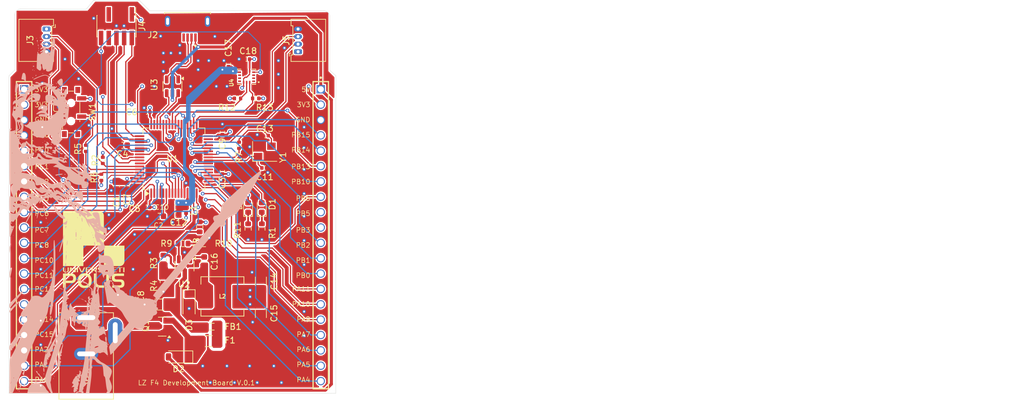
<source format=kicad_pcb>
(kicad_pcb (version 20240108) (generator "pcbnew") (generator_version "8.0")
  (layers (0 "F.Cu" signal) (1 "In1.Cu" signal) (2 "In2.Cu" signal) (31 "B.Cu" signal) (34 "B.Paste" user) (35 "F.Paste" user) (36 "B.SilkS" user "B.Silkscreen") (37 "F.SilkS" user "F.Silkscreen") (38 "B.Mask" user) (39 "F.Mask" user) (44 "Edge.Cuts" user))
  (net 0 "")
  (net 1 "GND")
  (net 2 "+3.3V")
  (net 3 "Net-(U1-PH1)")
  (net 4 "Net-(U1-PD2)")
  (net 5 "BUCK_IN")
  (net 6 "+3.3VA")
  (net 7 "HSE_IN")
  (net 8 "Net-(C13-Pad1)")
  (net 9 "BUCK_BST")
  (net 10 "BUCK_SW")
  (net 11 "Net-(D1-K)")
  (net 12 "LED_STATUS")
  (net 13 "Net-(D2-K)")
  (net 14 "+5V")
  (net 15 "Net-(D4-K)")
  (net 16 "Net-(F1-Pad1)")
  (net 17 "+12V")
  (net 18 "USB_CONN_D_N")
  (net 20 "USB_CONN_D_P")
  (net 21 "I2C1_SDA")
  (net 22 "I2C1_SCL")
  (net 24 "SWCLK")
  (net 25 "SWO")
  (net 26 "SWDIO")
  (net 28 "NRST")
  (net 29 "USART3_RX")
  (net 30 "USART3_TX")
  (net 31 "PC3")
  (net 32 "PC8")
  (net 33 "PC10")
  (net 34 "PC15")
  (net 35 "PA1")
  (net 36 "PC0")
  (net 37 "PC1")
  (net 38 "PC13")
  (net 39 "PC11")
  (net 40 "PC14")
  (net 41 "PC7")
  (net 42 "PC6")
  (net 43 "PC12")
  (net 44 "PC2")
  (net 45 "PA2")
  (net 46 "PA0")
  (net 47 "PA5")
  (net 48 "PB5")
  (net 49 "PA11")
  (net 50 "PA10")
  (net 51 "PA7")
  (net 52 "PB3")
  (net 53 "PB6")
  (net 54 "PB14")
  (net 55 "PB15")
  (net 56 "PA9")
  (net 57 "PB2")
  (net 58 "PB1")
  (net 59 "PB13")
  (net 60 "PA6")
  (net 61 "PB10")
  (net 62 "PB0")
  (net 63 "PA4")
  (net 64 "BUCK_EN")
  (net 65 "Net-(SW1-B)")
  (net 66 "BOOT0")
  (net 67 "HSE_OUT")
  (net 68 "BUCK_FB")
  (net 69 "Net-(R10-Pad1)")
  (net 70 "I2C3_SCL")
  (net 71 "I2C3_SDA")
  (net 73 "USB_D_P")
  (net 75 "USB_D_N")
  (net 76 "GYRO_INT")
  (footprint "Capacitor_SMD:C_0603_1608Metric" (layer "F.Cu") (at 60.25 107.75 90)
    (property "Reference" "C16")
    (property "Value" "10n")
  )
  (footprint "Capacitor_SMD:C_1206_3216Metric" (layer "F.Cu") (at 69.6 111 90)
    (property "Reference" "C14")
    (property "Value" "10u")
  )
  (footprint "Capacitor_SMD:C_0402_1005Metric" (layer "F.Cu") (at 47.5 95.25 -90)
    (property "Reference" "C7")
    (property "Value" "100n")
  )
  (footprint "BMI270:XDCR_BMI270" (layer "F.Cu") (at 67.25 77.1625 180)
    (property "Reference" "U4")
    (property "Value" "BMI270")
  )
  (footprint "Resistor_SMD:R_0402_1005Metric" (layer "F.Cu") (at 68.75 80.75)
    (property "Reference" "R13")
    (property "Value" "2k2")
  )
  (footprint "Diode_SMD:D_SOD-123" (layer "F.Cu") (at 56 123.5 180)
    (property "Reference" "D2")
    (property "Value" "B5819W")
  )
  (footprint "SPM6530T-100M-HZ:IND_SPM6530T-100M-HZ" (layer "F.Cu") (at 63.25 113.5)
    (property "Reference" "L2")
    (property "Value" "10u")
  )
  (footprint "Resistor_SMD:R_0603_1608Metric" (layer "F.Cu") (at 53.5 107.5 -90)
    (property "Reference" "R3")
    (property "Value" "100k")
  )
  (footprint "Capacitor_SMD:C_0402_1005Metric" (layer "F.Cu") (at 67.25 74.25 180)
    (property "Reference" "C18")
    (property "Value" "100n")
  )
  (footprint "STM32 Dev Board:polis_img" (layer "F.Cu") (at 84.5 120.25)
    (property "Reference" "G***" (hide yes))
    (property "Value" "LOGO" (hide yes))
  )
  (footprint "Diode_SMD:D_SOD-123" (layer "F.Cu") (at 57.75 114.75 -90)
    (property "Reference" "D3")
    (property "Value" "B5819W")
  )
  (footprint "Resistor_SMD:R_0402_1005Metric" (layer "F.Cu") (at 65.75 80.75 180)
    (property "Reference" "R12")
    (property "Value" "2k2")
  )
  (footprint "Resistor_SMD:R_0603_1608Metric" (layer "F.Cu") (at 59.5 102 -90)
    (property "Reference" "R8")
    (property "Value" "47k")
  )
  (footprint "Capacitor_SMD:C_0603_1608Metric" (layer "F.Cu") (at 46.75 88.5 180)
    (property "Reference" "C4")
    (property "Value" "2u2")
  )
  (footprint "Capacitor_SMD:C_0402_1005Metric" (layer "F.Cu") (at 64.25 75 90)
    (property "Reference" "C17")
    (property "Value" "100n")
  )
  (footprint "Connector_Molex:Molex_PicoBlade_53048-0410_1x04_P1.25mm_Horizontal" (layer "F.Cu") (at 75.75 73.025 90)
    (property "Reference" "J5")
    (property "Value" "Conn_01x04")
  )
  (footprint "Capacitor_SMD:C_0402_1005Metric" (layer "F.Cu") (at 55.48 98.75 180)
    (property "Reference" "C10")
    (property "Value" "1u")
  )
  (footprint "Capacitor_SMD:C_0402_1005Metric" (layer "F.Cu") (at 70.35 86.9 180)
    (property "Reference" "C13")
    (property "Value" "12p")
  )
  (footprint "Resistor_SMD:R_0603_1608Metric" (layer "F.Cu") (at 53.5 111 -90)
    (property "Reference" "R4")
    (property "Value" "68k")
  )
  (footprint "Resistor_SMD:R_0603_1608Metric" (layer "F.Cu") (at 69.77 102.325 90)
    (property "Reference" "R1")
    (property "Value" "1k5")
  )
  (footprint "Crystal:Crystal_SMD_3225-4Pin_3.2x2.5mm" (layer "F.Cu") (at 70.25 89.5)
    (property "Reference" "Y1")
    (property "Value" "16MHz")
  )
  (footprint "Inductor_SMD:L_0805_2012Metric" (layer "F.Cu") (at 61.5 118.5)
    (property "Reference" "FB1")
    (property "Value" "600 @ 600MHz")
  )
  (footprint "DC-005:NINIGI_DC-005" (layer "F.Cu") (at 40.75 119.5 90)
    (property "Reference" "J8")
    (property "Value" "DC-005")
  )
  (footprint "Resistor_SMD:R_0402_1005Metric" (layer "F.Cu") (at 43.5 91 -90)
    (property "Reference" "R2")
    (property "Value" "2k2")
  )
  (footprint "Resistor_SMD:R_0603_1608Metric" (layer "F.Cu") (at 60.25 104.75)
    (property "Reference" "R10")
    (property "Value" "270")
  )
  (footprint "Resistor_SMD:R_0603_1608Metric" (layer "F.Cu") (at 67.5 102.325 90)
    (property "Reference" "R11")
    (property "Value" "1k")
  )
  (footprint "Package_TO_SOT_SMD:SOT-23-6" (layer "F.Cu") (at 55 78.75 -90)
    (property "Reference" "U3")
    (property "Value" "USBLC6-2SC6")
  )
  (footprint "TSW-120-24-T-S:SAMTEC_TSW-120-24-T-S" (layer "F.Cu") (at 79.5 79.24 -90)
    (property "Reference" "J7" (hide yes))
    (property "Value" "TSW-120-24-T-S")
  )
  (footprint "Package_TO_SOT_SMD:SOT-23-6" (layer "F.Cu") (at 57 108.5 -90)
    (property "Reference" "U2")
    (property "Value" "MP2359DJ-LF-Z")
  )
  (footprint "Capacitor_SMD:C_0402_1005Metric" (layer "F.Cu") (at 63.25 86.25 90)
    (property "Reference" "C9")
    (property "Value" "100n")
  )
  (footprint "Package_TO_SOT_SMD:SOT-23" (layer "F.Cu") (at 53.3125 118.5 180)
    (property "Reference" "Q1")
    (property "Value" "AO3401A")
  )
  (footprint "Capacitor_SMD:C_1206_3216Metric" (layer "F.Cu") (at 52.825 114.8375 180)
    (property "Reference" "C8")
    (property "Value" "10u")
  )
  (footprint "TSW-120-24-T-S:SAMTEC_TSW-120-24-T-S" (layer "F.Cu") (at 30.5 79.24 -90)
    (property "Reference" "J6" (hide yes))
    (property "Value" "TSW-120-24-T-S")
  )
  (footprint "10118193-0001LF:AMPHENOL_10118193-0001LF" (layer "F.Cu") (at 57.5 68 180)
    (property "Reference" "J2")
    (property "Value" "10118193-0001LF")
  )
  (footprint "Capacitor_SMD:C_0402_1005Metric" (layer "F.Cu") (at 50.8 83 180)
    (property "Reference" "C6")
    (property "Value" "100n")
  )
  (footprint "Connector_PinHeader_1.27mm:PinHeader_2x05_P1.27mm_Vertical_SMD" (layer "F.Cu") (at 45.75 68.8 -90)
    (property "Reference" "J4")
    (property "Value" "SWD")
  )
  (footprint "Capacitor_SMD:C_0402_1005Metric" (layer "F.Cu") (at 50.75 98.75 180)
    (property "Reference" "C5")
    (property "Value" "100n")
  )
  (footprint "Capacitor_SMD:C_1206_3216Metric" (layer "F.Cu") (at 69.6 116.3 -90)
    (property "Reference" "C15")
    (property "Value" "10u")
  )
  (footprint "Capacitor_SMD:C_0603_1608Metric" (layer "F.Cu") (at 45.75 95.27 -90)
    (property "Reference" "C1")
    (property "Value" "4u7")
  )
  (footprint "Button_Switch_SMD:SW_SPDT_PCM12" (layer "F.Cu") (at 38.58 83 -90)
    (property "Reference" "SW1")
    (property "Value" "SW_SPDT")
  )
  (footprint "LED_SMD:LED_0603_1608Metric" (layer "F.Cu") (at 69.75 98.7875 90)
    (property "Reference" "D1")
    (property "Value" "BLUE")
  )
  (footprint "Fuse:Fuse_1206_3216Metric" (layer "F.Cu") (at 61 120.8875 180)
    (property "Reference" "F1")
    (property "Value" "250mA")
  )
  (footprint "LED_SMD:LED_0603_1608Metric" (layer "F.Cu") (at 67.5 98.7875 90)
    (property "Reference" "D4")
    (property "Value" "RED")
  )
  (footprint "Resistor_SMD:R_0402_1005Metric" (layer "F.Cu") (at 43.25 93.8 90)
    (property "Reference" "R6")
    (property "Value" "2k2")
  )
  (footprint "STM32 Dev Board:polis_img" (layer "F.Cu") (at 42 105.75)
    (property "Reference" "G***" (hide yes))
    (property "Value" "LOGO" (hide yes))
  )
  (footprint "Capacitor_SMD:C_0402_1005Metric" (layer "F.Cu") (at 70.25 92.25)
    (property "Reference" "C11")
    (property "Value" "12p")
  )
  (footprint "Capacitor_SMD:C_0402_1005Metric" (layer "F.Cu") (at 55.5 100 180)
    (property "Reference" "C12")
    (property "Value" "10n")
  )
  (footprint "Resistor_SMD:R_0603_1608Metric" (layer "F.Cu") (at 56.75 104.75)
    (property "Reference" "R9")
    (property "Value" "15k")
  )
  (footprint "Connector_Molex:Molex_PicoBlade_53048-0410_1x04_P1.25mm_Horizontal" (layer "F.Cu") (at 34.2 69.275 -90)
    (property "Reference" "J3")
    (property "Value" "Conn_01x04")
  )
  (footprint "Resistor_SMD:R_0402_1005Metric" (layer "F.Cu") (at 66 88.5 90)
    (property "Reference" "R7")
    (property "Value" "47")
  )
  (footprint "Capacitor_SMD:C_0603_1608Metric" (layer "F.Cu") (at 52.75 100.25 180)
    (property "Reference" "C2")
    (property "Value" "2u2")
  )
  (footprint "Resistor_SMD:R_0402_1005Metric" (layer "F.Cu") (at 40.7 89 -90)
    (property "Reference" "R5")
    (property "Value" "10k")
  )
  (footprint "Package_QFP:LQFP-64_10x10mm_P0.5mm" (layer "F.Cu") (at 55.25 90.75 90)
    (property "Reference" "U1")
    (property "Value" "STM32F405RGT6")
  )
  (footprint "Inductor_SMD:L_0402_1005Metric" (layer "F.Cu") (at 57.25 99.25 90)
    (property "Reference" "L1")
    (property "Value" "39n")
  )
  (footprint "Capacitor_SMD:C_0402_1005Metric" (layer "F.Cu") (at 63.25 92.75 90)
    (property "Reference" "C3")
    (property "Value" "100n")
  )
  (footprint "STM32 Dev Board:hera" (layer "B.Cu") (at 51.25 94.5 180)
    (property "Reference" "G***" (hide yes))
    (property "Value" "LOGO" (hide yes))
  )
  (gr_line (start 29 76) (end 28 77) (stroke (width 0.05)) (layer "Edge.Cuts"))
  (gr_line (start 40.75 66) (end 29.957107 65.957107) (stroke (width 0.05)) (layer "Edge.Cuts"))
  (gr_line (start 28 128.5) (end 28 77) (stroke (width 0.05)) (layer "Edge.Cuts"))
  (gr_line (start 80.25 129.5) (end 81.25 129.5) (stroke (width 0.05)) (layer "Edge.Cuts"))
  (gr_line (start 28.957107 66.957107) (end 29 76) (stroke (width 0.05)) (layer "Edge.Cuts"))
  (gr_arc (start 28.957107 66.957107) (mid 29.25 66.25) (end 29.957107 65.957107) (stroke (width 0.05)) (layer "Edge.Cuts"))
  (gr_line (start 29.75 129.5) (end 29 129.5) (stroke (width 0.05)) (layer "Edge.Cuts"))
  (gr_line (start 29.75 129.5) (end 30.5 129.5) (stroke (width 0.05)) (layer "Edge.Cuts"))
  (gr_line (start 51.25 66.25) (end 49.5 64.5) (stroke (width 0.05)) (layer "Edge.Cuts"))
  (gr_line (start 82 77) (end 82 129.5) (stroke (width 0.05)) (layer "Edge.Cuts"))
  (gr_line (start 80.992893 67.257107) (end 81 76.1) (stroke (width 0.05)) (layer "Edge.Cuts"))
  (gr_line (start 28 129.5) (end 28 128.5) (stroke (width 0.05)) (layer "Edge.Cuts"))
  (gr_line (start 29 129.5) (end 28 129.5) (stroke (width 0.05)) (layer "Edge.Cuts"))
  (gr_line (start 82 77) (end 81 76.1) (stroke (width 0.05)) (layer "Edge.Cuts"))
  (gr_line (start 79.992893 66.257107) (end 51.25 66.25) (stroke (width 0.05)) (layer "Edge.Cuts"))
  (gr_line (start 49.5 64.5) (end 42 64.5) (stroke (width 0.05)) (layer "Edge.Cuts"))
  (gr_line (start 80.25 129.5) (end 30.5 129.5) (stroke (width 0.05)) (layer "Edge.Cuts"))
  (gr_arc (start 79.992893 66.257107) (mid 80.7 66.55) (end 80.992893 67.257107) (stroke (width 0.05)) (layer "Edge.Cuts"))
  (gr_line (start 81.25 129.5) (end 82 129.5) (stroke (width 0.05)) (layer "Edge.Cuts"))
  (gr_line (start 42 64.5) (end 40.75 66) (stroke (width 0.05)) (layer "Edge.Cuts"))
  (gr_text "PC8" (at 32.177817 105.5 0) (layer "F.SilkS") (effects (font (size 0.8 0.8) (thickness 0.1)) (justify left bottom)))
  (gr_text "PB3" (at 75.335714 103 0) (layer "F.SilkS") (effects (font (size 0.8 0.8) (thickness 0.1)) (justify left bottom)))
  (gr_text "3V3" (at 75.488095 82.25 0) (layer "F.SilkS") (effects (font (size 0.8 0.8) (thickness 0.1)) (justify left bottom)))
  (gr_text "PC10" (at 32.177817 108 0) (layer "F.SilkS") (effects (font (size 0.8 0.8) (thickness 0.1)) (justify left bottom)))
  (gr_text "PA9" (at 75.45 117.75 0) (layer "F.SilkS") (effects (font (size 0.8 0.8) (thickness 0.1)) (justify left bottom)))
  (gr_text "PC13" (at 32.177817 115.25 0) (layer "F.SilkS") (effects (font (size 0.8 0.8) (thickness 0.1)) (justify left bottom)))
  (gr_text "PC7" (at 32.177817 103 0) (layer "F.SilkS") (effects (font (size 0.8 0.8) (thickness 0.1)) (justify left bottom)))
  (gr_text "PB1" (at 75.335714 108 0) (layer "F.SilkS") (effects (font (size 0.8 0.8) (thickness 0.1)) (justify left bottom)))
  (gr_text "GND\n" (at 32.177817 84.75 0) (layer "F.SilkS") (effects (font (size 0.8 0.8) (thickness 0.1)) (justify left bottom)))
  (gr_text "PA11" (at 74.688095 112.75 0) (layer "F.SilkS") (effects (font (size 0.8 0.8) (thickness 0.1)) (justify left bottom)))
  (gr_text "PA0" (at 32.177817 127.75 0) (layer "F.SilkS") (effects (font (size 0.8 0.8) (thickness 0.1)) (justify left bottom)))
  (gr_text "PC11" (at 32.177817 110.5 0) (layer "F.SilkS") (effects (font (size 0.8 0.8) (thickness 0.1)) (justify left bottom)))
  (gr_text "PA4" (at 75.45 127.75 0) (layer "F.SilkS") (effects (font (size 0.8 0.8) (thickness 0.1)) (justify left bottom)))
  (gr_text "PC12" (at 32.177817 112.75 0) (layer "F.SilkS") (effects (font (size 0.8 0.8) (thickness 0.1)) (justify left bottom)))
  (gr_text "PC2\n" (at 32.177817 95 0) (layer "F.SilkS") (effects (font (size 0.8 0.8) (thickness 0.1)) (justify left bottom)))
  (gr_text "PC1\n" (at 32.177817 92.5 0) (layer "F.SilkS") (effects (font (size 0.8 0.8) (thickness 0.1)) (justify left bottom)))
  (gr_text "LZ F4 Development Board V.0.1" (at 49.25 128.25 0) (layer "F.SilkS") (effects (font (size 0.8 0.8) (thickness 0.1)) (justify left bottom)))
  (gr_text "PA6" (at 75.45 122.75 0) (layer "F.SilkS") (effects (font (size 0.8 0.8) (thickness 0.1)) (justify left bottom)))
  (gr_text "PC15" (at 32.177817 120.25 0) (layer "F.SilkS") (effects (font (size 0.8 0.8) (thickness 0.1)) (justify left bottom)))
  (gr_text "PA10" (at 74.688095 115.25 0) (layer "F.SilkS") (effects (font (size 0.8 0.8) (thickness 0.1)) (justify left bottom)))
  (gr_text "PB10" (at 74.573809 95 0) (layer "F.SilkS") (effects (font (size 0.8 0.8) (thickness 0.1)) (justify left bottom)))
  (gr_text "5V" (at 76.25 79.75 0) (layer "F.SilkS") (effects (font (size 0.8 0.8) (thickness 0.1)) (justify left bottom)))
  (gr_text "PA5" (at 75.45 125.25 0) (layer "F.SilkS") (effects (font (size 0.8 0.8) (thickness 0.1)) (justify left bottom)))
  (gr_text "PA1" (at 32.177817 125.25 0) (layer "F.SilkS") (effects (font (size 0.8 0.8) (thickness 0.1)) (justify left bottom)))
  (gr_text "PB5" (at 75.335714 100.25 0) (layer "F.SilkS") (effects (font (size 0.8 0.8) (thickness 0.1)) (justify left bottom)))
  (gr_text "PA7" (at 75.45 120.25 0) (layer "F.SilkS") (effects (font (size 0.8 0.8) (thickness 0.1)) (justify left bottom)))
  (gr_text "3V3" (at 32.177817 79.75 0) (layer "F.SilkS") (effects (font (size 0.8 0.8) (thickness 0.1)) (justify left bottom)))
  (gr_text "PB0" (at 75.335714 110.5 0) (layer "F.SilkS") (effects (font (size 0.8 0.8) (thickness 0.1)) (justify left bottom)))
  (gr_text "PC6" (at 32.177817 100.25 0) (layer "F.SilkS") (effects (font (size 0.8 0.8) (thickness 0.1)) (justify left bottom)))
  (gr_text "PB2" (at 75.335714 105.5 0) (layer "F.SilkS") (effects (font (size 0.8 0.8) (thickness 0.1)) (justify left bottom)))
  (gr_text "GND\n" (at 75.259524 84.75 0) (layer "F.SilkS") (effects (font (size 0.8 0.8) (thickness 0.1)) (justify left bottom)))
  (gr_text "PC14" (at 32.177817 117.75 0) (layer "F.SilkS") (effects (font (size 0.8 0.8) (thickness 0.1)) (justify left bottom)))
  (gr_text "PB6" (at 75.335714 97.75 0) (layer "F.SilkS") (effects (font (size 0.8 0.8) (thickness 0.1)) (justify left bottom)))
  (gr_text "PB15" (at 74.573809 87.25 0) (layer "F.SilkS") (effects (font (size 0.8 0.8) (thickness 0.1)) (justify left bottom)))
  (gr_text "PA2" (at 32.177817 122.75 0) (layer "F.SilkS") (effects (font (size 0.8 0.8) (thickness 0.1)) (justify left bottom)))
  (gr_text "PC3" (at 32.177817 97.75 0) (layer "F.SilkS") (effects (font (size 0.8 0.8) (thickness 0.1)) (justify left bottom)))
  (gr_text "3V3" (at 32.177817 82.25 0) (layer "F.SilkS") (effects (font (size 0.8 0.8) (thickness 0.1)) (justify left bottom)))
  (gr_text "PB13" (at 74.573809 92.5 0) (layer "F.SilkS") (effects (font (size 0.8 0.8) (thickness 0.1)) (justify left bottom)))
  (gr_text "PC0\n" (at 32.177817 89.75 0) (layer "F.SilkS") (effects (font (size 0.8 0.8) (thickness 0.1)) (justify left bottom)))
  (gr_text "PB14" (at 74.573809 89.75 0) (layer "F.SilkS") (effects (font (size 0.8 0.8) (thickness 0.1)) (justify left bottom)))
  (gr_text "GND\n" (at 32.177817 87.25 0) (layer "F.SilkS") (effects (font (size 0.8 0.8) (thickness 0.1)) (justify left bottom)))
  (segment (start 63.25 85.77) (end 63.25 85) (width 0.2) (layer "F.Cu") (net 1))
  (segment (start 50.27 99.67) (end 50.27 98.75) (width 0.3) (layer "F.Cu") (net 1))
  (segment (start 41.15 85.25) (end 41.2 85.2) (width 0.2) (layer "F.Cu") (net 1))
  (segment (start 53.5 111.825) (end 53.5 112.7) (width 0.3) (layer "F.Cu") (net 1))
  (segment (start 42.65 66.85) (end 43.21 66.85) (width 0.3) (layer "F.Cu") (net 1))
  (segment (start 67.5 104.1) (end 67.5 103.15) (width 0.3) (layer "F.Cu") (net 1))
  (segment (start 68.275 117.775) (end 69.6 117.775) (width 0.2) (layer "F.Cu") (net 1))
  (segment (start 55 98.75) (end 55 99.98) (width 0.3) (layer "F.Cu") (net 1))
  (segment (start 62.75 94) (end 63 94.25) (width 0.2) (layer "F.Cu") (net 1))
  (segment (start 40.01 85.25) (end 41.15 85.25) (width 0.2) (layer "F.Cu") (net 1))
  (segment (start 70.73 92.25) (end 70.73 92.98) (width 0.2) (layer "F.Cu") (net 1))
  (segment (start 70.73 92.25) (end 71.25 91.73) (width 0.2) (layer "F.Cu") (net 1))
  (segment (start 44.9 95.75) (end 44.965 95.815) (width 0.3) (layer "F.Cu") (net 1))
  (segment (start 58.7 68) (end 58.7 68.45) (width 0.3) (layer "F.Cu") (net 1))
  (segment (start 44.965 96.045) (end 45.75 96.045) (width 0.3) (layer "F.Cu") (net 1))
  (segment (start 47.185 96.045) (end 47.5 95.73) (width 0.3) (layer "F.Cu") (net 1))
  (segment (start 70.73 92.98) (end 70.75 93) (width 0.2) (layer "F.Cu") (net 1))
  (segment (start 47.02 66.85) (end 47.02 68.73) (width 0.3) (layer "F.Cu") (net 1))
  (segment (start 69.77 104.1) (end 69.77 103.15) (width 0.3) (layer "F.Cu") (net 1))
  (segment (start 56.3 68) (end 58.7 68) (width 0.3) (layer "F.Cu") (net 1))
  (segment (start 71.25 90.45) (end 71.35 90.35) (width 0.2) (layer "F.Cu") (net 1))
  (segment (start 58.7 68.45) (end 60.7 70.45) (width 0.3) (layer "F.Cu") (net 1))
  (segment (start 54.25 120.75) (end 54.25 119.45) (width 0.3) (layer "F.Cu") (net 1))
  (segment (start 57 107.3625) (end 57 106.2) (width 0.3) (layer "F.Cu") (net 1))
  (segment (start 54.3 70.45) (end 56.3 68.45) (width 0.3) (layer "F.Cu") (net 1))
  (segment (start 66.77 74.25) (end 66 74.25) (width 0.2) (layer "F.Cu") (net 1))
  (segment (start 42 67.5) (end 42.65 66.85) (width 0.3) (layer "F.Cu") (net 1))
  (segment (start 50.32 82.32) (end 50.32 83) (width 0.3) (layer "F.Cu") (net 1))
  (segment (start 69.87 86.9) (end 69.15 86.9) (width 0.2) (layer "F.Cu") (net 1))
  (segment (start 45.75 96.045) (end 47.185 96.045) (width 0.3) (layer "F.Cu") (net 1))
  (segment (start 63.52 74.52) (end 63.5 74.5) (width 0.2) (layer "F.Cu") (net 1))
  (segment (start 57 96.425) (end 57 95) (width 0.3) (layer "F.Cu") (net 1))
  (segment (start 45.975 88.5) (end 45.975 88.475) (width 0.3) (layer "F.Cu") (net 1))
  (segment (start 62 94) (end 62.75 94) (width 0.2) (layer "F.Cu") (net 1))
  (segment (start 69.6 109.525) (end 68.175 109.525) (width 0.3) (layer "F.Cu") (net 1))
  (segment (start 68.175 109.525) (end 68.15 109.5) (width 0.2) (layer "F.Cu") (net 1))
  (segment (start 69.15 88.65) (end 69.15 87.62) (width 0.2) (layer "F.Cu") (net 1))
  (segment (start 61.95 70.45) (end 62 70.5) (width 0.3) (layer "F.Cu") (net 1))
  (segment (start 55.02 100) (end 55.02 101.23) (width 0.3) (layer "F.Cu") (net 1))
  (segment (start 57 95) (end 57.25 94.75) (width 0.3) (layer "F.Cu") (net 1))
  (segment (start 60.7 70.45) (end 61.95 70.45) (width 0.3) (layer "F.Cu") (net 1))
  (segment (start 50.4 114.8375) (end 51.35 114.8375) (width 0.3) (layer "F.Cu") (net 1))
  (segment (start 71.25 91.73) (end 71.25 90.45) (width 0.2) (layer "F.Cu") (net 1))
  (segment (start 64.25 74.52) (end 63.52 74.52) (width 0.2) (layer "F.Cu") (net 1))
  (segment (start 55 99.98) (end 55.02 100) (width 0.3) (layer "F.Cu") (net 1))
  (segment (start 57.75 116.4) (end 57.75 115.5) (width 0.3) (layer "F.Cu") (net 1))
  (segment (start 56.3 68.45) (end 56.3 68) (width 0.3) (layer "F.Cu") (net 1))
  (segment (start 68.25 117.75) (end 68.275 117.775) (width 0.2) (layer "F.Cu") (net 1))
  (segment (start 45.75 66.85) (end 45.75 68.75) (width 0.3) (layer "F.Cu") (net 1))
  (segment (start 61.075 103.8) (end 61.075 104.75) (width 0.3) (layer "F.Cu") (net 1))
  (segment (start 50.85 100.25) (end 50.27 99.67) (width 0.3) (layer "F.Cu") (net 1))
  (segment (start 56.2 71.95) (end 56.2 70.8) (width 0.3) (layer "F.Cu") (net 1))
  (segment (start 60.925 94) (end 62 94) (width 0.15) (layer "F.Cu") (net 1))
  (segment (start 53.05 70.45) (end 54.3 70.45) (width 0.3) (layer "F.Cu") (net 1))
  (segment (start 45 87.5) (end 45 85.75) (width 0.3) (layer "F.Cu") (net 1))
  (segment (start 69.15 86.9) (end 69 86.75) (width 0.2) (layer "F.Cu") (net 1))
  (segment (start 69.05 88.75) (end 69.15 88.65) (width 0.2) (layer "F.Cu") (net 1))
  (segment (start 55.02 101.23) (end 55 101.25) (width 0.3) (layer "F.Cu") (net 1))
  (segment (start 47.02 68.73) (end 47 68.75) (width 0.3) (layer "F.Cu") (net 1))
  (segment (start 50.85 100.25) (end 51.975 100.25) (width 0.3) (layer "F.Cu") (net 1))
  (segment (start 67.75 88.75) (end 69.05 88.75) (width 0.2) (layer "F.Cu") (net 1))
  (segment (start 45.975 88.475) (end 45 87.5) (width 0.3) (layer "F.Cu") (net 1))
  (segment (start 69.15 87.62) (end 69.87 86.9) (width 0.2) (layer "F.Cu") (net 1))
  (via (at 76.75 96.5) (size 0.6) (drill 0.3) (layers "F.Cu" "B.Cu") (net 1))
  (via (at 33.25 121.5) (size 0.6) (drill 0.3) (layers "F.Cu" "B.Cu") (net 1))
  (via (at 33.25 117.5) (size 0.6) (drill 0.3) (layers "F.Cu" "B.Cu") (net 1))
  (via (at 57.75 115.5) (size 0.6) (drill 0.3) (layers "F.Cu" "B.Cu") (net 1))
  (via (at 33.25 105.25) (size 0.6) (drill 0.3) (layers "F.Cu" "B.Cu") (net 1))
  (via (at 64 125) (size 0.6) (drill 0.3) (layers "F.Cu" "B.Cu") (net 1))
  (via (at 64 78.75) (size 0.6) (drill 0.3) (layers "F.Cu" "B.Cu") (net 1))
  (via (at 50.32 82.32) (size 0.6) (drill 0.3) (layers "F.Cu" "B.Cu") (net 1))
  (via (at 76.75 85.5) (size 0.6) (drill 0.3) (layers "F.Cu" "B.Cu") (net 1))
  (via (at 70.75 93) (size 0.6) (drill 0.3) (layers "F.Cu" "B.Cu") (net 1))
  (via (at 53.5 74.75) (size 0.6) (drill 0.3) (layers "F.Cu" "B.Cu") (net 1))
  (via (at 61.075 103.8) (size 0.6) (drill 0.3) (layers "F.Cu" "B.Cu") (net 1))
  (via (at 61 74.5) (size 0.6) (drill 0.3) (layers "F.Cu" "B.Cu") (net 1))
  (via (at 72.5 79) (size 0.6) (drill 0.3) (layers "F.Cu" "B.Cu") (net 1))
  (via (at 69.77 104.1) (size 0.6) (drill 0.3) (layers "F.Cu" "B.Cu") (net 1))
  (via (at 45 85.75) (size 0.6) (drill 0.3) (layers "F.Cu" "B.Cu") (net 1))
  (via (at 59.25 76) (size 0.6) (drill 0.3) (layers "F.Cu" "B.Cu") (net 1))
  (via (at 63.5 74.5) (size 0.6) (drill 0.3) (layers "F.Cu" "B.Cu") (net 1))
  (via (at 53.05 70.45) (size 0.6) (drill 0.3) (layers "F.Cu" "B.Cu") (net 1))
  (via (at 62.25 78.75) (size 0.6) (drill 0.3) (layers "F.Cu" "B.Cu") (net 1))
  (via (at 62 70.5) (size 0.6) (drill 0.3) (layers "F.Cu" "B.Cu") (net 1))
  (via (at 52 78.75) (size 0.6) (drill 0.3) (layers "F.Cu" "B.Cu") (net 1))
  (via (at 44.5 100) (size 0.6) (drill 0.3) (layers "F.Cu" "B.Cu") (net 1))
  (via (at 41.2 85.2) (size 0.6) (drill 0.3) (layers "F.Cu" "B.Cu") (net 1))
  (via (at 60 125) (size 0.6) (drill 0.3) (layers "F.Cu" "B.Cu") (net 1))
  (via (at 48.5 109) (size 0.6) (drill 0.3) (layers "F.Cu" "B.Cu") (net 1))
  (via (at 76.75 92.5) (size 0.6) (drill 0.3) (layers "F.Cu" "B.Cu") (net 1))
  (via (at 76.736005 88.904934) (size 0.6) (drill 0.3) (layers "F.Cu" "B.Cu") (net 1))
  (via (at 73.5 72.4) (size 0.6) (drill 0.3) (layers "F.Cu" "B.Cu") (net 1))
  (via (at 66 74.25) (size 0.6) (drill 0.3) (layers "F.Cu" "B.Cu") (net 1))
  (via (at 50.4 114.8375) (size 0.6) (drill 0.3) (layers "F.Cu" "B.Cu") (net 1))
  (via (at 56.2 71.95) (size 0.6) (drill 0.3) (layers "F.Cu" "B.Cu") (net 1))
  (via (at 33.25 109) (size 0.6) (drill 0.3) (layers "F.Cu" "B.Cu") (net 1))
  (via (at 56.25 73.25) (size 0.6) (drill 0.3) (layers "F.Cu" "B.Cu") (net 1))
  (via (at 57 106.2) (size 0.6) (drill 0.3) (layers "F.Cu" "B.Cu") (net 1))
  (via (at 47 68.75) (size 0.6) (drill 0.3) (layers "F.Cu" "B.Cu") (net 1))
  (via (at 54.75 73.25) (size 0.6) (drill 0.3) (layers "F.Cu" "B.Cu") (net 1))
  (via (at 39.5 77.5) (size 0.6) (drill 0.3) (layers "F.Cu" "B.Cu") (net 1))
  (via (at 33.25 128.25) (size 0.6) (drill 0.3) (layers "F.Cu" "B.Cu") (net 1))
  (via (at 61.25 127.75) (size 0.6) (drill 0.3) (layers "F.Cu" "B.Cu") (net 1))
  (via (at 44.9 95.98) (size 0.6) (drill 0.3) (layers "F.Cu" "B.Cu") (net 1))
  (via (at 53.5 112.7) (size 0.6) (drill 0.3) (layers "F.Cu" "B.Cu") (net 1))
  (via (at 44.5 102.25) (size 0.6) (drill 0.3) (layers "F.Cu" "B.Cu") (net 1))
  (via (at 42 67.5) (size 0.6) (drill 0.3) (layers "F.Cu" "B.Cu") (net 1))
  (via (at 58 78.75) (size 0.6) (drill 0.3) (layers "F.Cu" "B.Cu") (net 1))
  (via (at 76.75 108.25) (size 0.6) (drill 0.3) (layers "F.Cu" "B.Cu") (net 1))
  (via (at 67.75 88.75) (size 0.6) (drill 0.3) (layers "F.Cu" "B.Cu") (net 1))
  (via (at 76.75 116) (size 0.6) (drill 0.3) (layers "F.Cu" "B.Cu") (net 1))
  (via (at 76.75 104.25) (size 0.6) (drill 0.3) (layers "F.Cu" "B.Cu") (net 1))
  (via (at 33.25 113) (size 0.6) (drill 0.3) (layers "F.Cu" "B.Cu") (net 1))
  (via (at 76.75 100.25) (size 0.6) (drill 0.3) (layers "F.Cu" "B.Cu") (net 1))
  (via (at 33.5 82.25) (size 0.6) (drill 0.3) (layers "F.Cu" "B.Cu") (net 1))
  (via (at 63 94.25) (size 0.6) (drill 0.3) (layers "F.Cu" "B.Cu") (net 1))
  (via (at 33.5 85.5) (size 0.6) (drill 0.3) (layers "F.Cu" "B.Cu") (net 1))
  (via (at 68.15 109.5) (size 0.6) (drill 0.3) (layers "F.Cu" "B.Cu") (net 1))
  (via (at 65.25 127.75) (size 0.6) (drill 0.3) (layers "F.Cu" "B.Cu") (net 1))
  (via (at 59.25 74.5) (size 0.6) (drill 0.3) (layers "F.Cu" "B.Cu") (net 1))
  (via (at 68.25 117.75) (size 0.6) (drill 0.3) (layers "F.Cu" "B.Cu") (net 1))
  (via (at 72.5 74.5) (size 0.6) (drill 0.3) (layers "F.Cu" "B.Cu") (net 1))
  (via (at 72.5 76.75) (size 0.6) (drill 0.3) (layers "F.Cu" "B.Cu") (net 1))
  (via (at 33.5 89.5) (size 0.6) (drill 0.3) (layers "F.Cu" "B.Cu") (net 1))
  (via (at 57.25 94.75) (size 0.6) (drill 0.3) (layers "F.Cu" "B.Cu") (net 1))
  (via (at 53.5 76.25) (size 0.6) (drill 0.3) (layers "F.Cu" "B.Cu") (net 1))
  (via (at 33.25 101.25) (size 0.6) (drill 0.3) (layers "F.Cu" "B.Cu") (net 1))
  (via (at 45.75 68.75) (size 0.6) (drill 0.3) (layers "F.Cu" "B.Cu") (net 1))
  (via (at 33.5 78.25) (size 0.6) (drill 0.3) (layers "F.Cu" "B.Cu") (net 1))
  (via (at 69 86.75) (size 0.6) (drill 0.3) (layers "F.Cu" "B.Cu") (net 1))
  (via (at 73 127.75) (size 0.6) (drill 0.3) (layers "F.Cu" "B.Cu") (net 1))
  (via (at 53.5 73.25) (size 0.6) (drill 0.3) (layers "F.Cu" "B.Cu") (net 1))
  (via (at 69 127.75) (size 0.6) (drill 0.3) (layers "F.Cu" "B.Cu") (net 1))
  (via (at 50.85 100.25) (size 0.6) (drill 0.3) (layers "F.Cu" "B.Cu") (net 1))
  (via (at 76.75 120) (size 0.6) (drill 0.3) (layers "F.Cu" "B.Cu") (net 1))
  (via (at 46 113.25) (size 0.6) (drill 0.3) (layers "F.Cu" "B.Cu") (net 1))
  (via (at 48.75 103.25) (size 0.6) (drill 0.3) (layers "F.Cu" "B.Cu") (net 1))
  (via (at 63.25 85) (size 0.6) (drill 0.3) (layers "F.Cu" "B.Cu") (net 1))
  (via (at 54.25 120.75) (size 0.6) (drill 0.3) (layers "F.Cu" "B.Cu") (net 1))
  (via (at 37.25 74.25) (size 0.6) (drill 0.3) (layers "F.Cu" "B.Cu") (net 1))
  (via (at 67.75 125) (size 0.6) (drill 0.3) (layers "F.Cu" "B.Cu") (net 1))
  (via (at 51.25 106.25) (size 0.6) (drill 0.3) (layers "F.Cu" "B.Cu") (net 1))
  (via (at 55 101.25) (size 0.6) (drill 0.3) (layers "F.Cu" "B.Cu") (net 1))
  (via (at 67.5 104.1) (size 0.6) (drill 0.3) (layers "F.Cu" "B.Cu") (net 1))
  (via (at 71.75 125) (size 0.6) (drill 0.3) (layers "F.Cu" "B.Cu") (net 1))
  (segment (start 66.75 78.75) (end 66.5 79) (width 0.3) (layer "F.Cu") (net 2))
  (segment (start 57.25 99.735) (end 57.25 100.485) (width 0.3) (layer "F.Cu") (net 2))
  (segment (start 62.52 86.73) (end 63.25 86.73) (width 0.3) (layer "F.Cu") (net 2))
  (segment (start 49.575 94.5) (end 47.54 94.5) (width 0.3) (layer "F.Cu") (net 2))
  (segment (start 60.925 87) (end 62 87) (width 0.2) (layer "F.Cu") (net 2))
  (segment (start 60.425 101.175) (end 59.5 101.175) (width 0.3) (layer "F.Cu") (net 2))
  (segment (start 43.25 94.31) (end 43.25 95.1) (width 0.3) (layer "F.Cu") (net 2))
  (segment (start 67.75 76.75) (end 67.75 76.25) (width 0.15) (layer "F.Cu") (net 2))
  (segment (start 63.25 93.23) (end 64.23 93.23) (width 0.3) (layer "F.Cu") (net 2))
  (segment (start 66.75 78.075) (end 66.75 78.75) (width 0.2) (layer "F.Cu") (net 2))
  (segment (start 67 77.25) (end 67.25 77.25) (width 0.2) (layer "F.Cu") (net 2))
  (segment (start 62.25 87) (end 62.52 86.73) (width 0.3) (layer "F.Cu") (net 2))
  (segment (start 67.9 113.55) (end 67.85 113.5) (width 0.2) (layer "F.Cu") (net 2))
  (segment (start 67.5 98) (end 67.5 96.75) (width 0.3) (layer "F.Cu") (net 2))
  (segment (start 48.85 66.85) (end 49.75 67.75) (width 0.3) (layer "F.Cu") (net 2))
  (segment (start 67.9 114.8) (end 67.925 114.825) (width 0.2) (layer "F.Cu") (net 2))
  (segment (start 60.5 101.25) (end 60.425 101.175) (width 0.3) (layer "F.Cu") (net 2))
  (segment (start 51.28 82.28) (end 51.28 83) (width 0.3) (layer "F.Cu") (net 2))
  (segment (start 46.025 94.54) (end 45.75 94.265) (width 0.3) (layer "F.Cu") (net 2))
  (segment (start 51.23 97.77) (end 51.23 98.75) (width 0.3) (layer "F.Cu") (net 2))
  (segment (start 67.75 74.27) (end 67.73 74.25) (width 0.3) (layer "F.Cu") (net 2))
  (segment (start 44.9 94.495) (end 45.75 94.495) (width 0.3) (layer "F.Cu") (net 2))
  (segment (start 67.25 77.25) (end 67.75 76.75) (width 0.2) (layer "F.Cu") (net 2))
  (segment (start 77.5 79.78) (end 77.5 78.75) (width 0.5) (layer "F.Cu") (net 2))
  (segment (start 67.75 76.25) (end 67.75 75.75) (width 0.2) (layer "F.Cu") (net 2))
  (segment (start 64.23 93.23) (end 64.25 93.25) (width 0.3) (layer "F.Cu") (net 2))
  (segment (start 62 87) (end 62.25 87) (width 0.3) (layer "F.Cu") (net 2))
  (segment (start 66.75 77.5) (end 67 77.25) (width 0.2) (layer "F.Cu") (net 2))
  (segment (start 47.5 94.77) (end 47.5 94.03) (width 0.3) (layer "F.Cu") (net 2))
  (segment (start 51.28 83.78) (end 51.28 83) (width 0.3) (layer "F.Cu") (net 2))
  (segment (start 51.5 84.2) (end 51.5 84) (width 0.2) (layer "F.Cu") (net 2))
  (segment (start 60.925 93.5) (end 62.98 93.5) (width 0.3) (layer "F.Cu") (net 2))
  (segment (start 67.73 74.25) (end 68.5 74.25) (width 0.2) (layer "F.Cu") (net 2))
  (segment (start 51.5 85.075) (end 51.5 84.2) (width 0.2) (layer "F.Cu") (net 2))
  (segment (start 48.29 66.85) (end 48.85 66.85) (width 0.3) (layer "F.Cu") (net 2))
  (segment (start 69.26 80.75) (end 70 80.75) (width 0.3) (layer "F.Cu") (net 2))
  (segment (start 43.5 89.75) (end 43.5 90.49) (width 0.3) (layer "F.Cu") (net 2))
  (segment (start 51.5 97.5) (end 51.23 97.77) (width 0.3) (layer "F.Cu") (net 2))
  (segment (start 65.24 80.75) (end 64.5 80.75) (width 0.3) (layer "F.Cu") (net 2))
  (segment (start 51.5 84) (end 51.28 83.78) (width 0.3) (layer "F.Cu") (net 2))
  (segment (start 51.5 96.425) (end 51.5 97.5) (width 0.2) (layer "F.Cu") (net 2))
  (segment (start 67.75 75.75) (end 67.75 74.27) (width 0.3) (layer "F.Cu") (net 2))
  (segment (start 64.5 86.25) (end 64.02 86.73) (width 0.3) (layer "F.Cu") (net 2))
  (segment (start 51.23 98.75) (end 52 98.75) (width 0.3) (layer "F.Cu") (net 2))
  (segment (start 67.85 113.5) (end 66.025 113.5) (width 0.2) (layer "F.Cu") (net 2))
  (segment (start 66.75 78.075) (end 66.75 77.5) (width 0.15) (layer "F.Cu") (net 2))
  (segment (start 41.35 80.75) (end 41.4 80.8) (width 0.2) (layer "F.Cu") (net 2))
  (segment (start 62.98 93.5) (end 63.25 93.23) (width 0.3) (layer "F.Cu") (net 2))
  (segment (start 40.01 80.75) (end 41.35 80.75) (width 0.2) (layer "F.Cu") (net 2))
  (segment (start 47.54 94.5) (end 47.5 94.54) (width 0.3) (layer "F.Cu") (net 2))
  (segment (start 79.5 81.78) (end 77.5 79.78) (width 0.5) (layer "F.Cu") (net 2))
  (segment (start 64.02 86.73) (end 63.25 86.73) (width 0.3) (layer "F.Cu") (net 2))
  (via (at 70 80.75) (size 0.6) (drill 0.3) (layers "F.Cu" "B.Cu") (net 2))
  (via (at 64.25 93.25) (size 0.6) (drill 0.3) (layers "F.Cu" "B.Cu") (net 2))
  (via (at 47.5 94.03) (size 0.6) (drill 0.3) (layers "F.Cu" "B.Cu") (net 2))
  (via (at 64.5 86.25) (size 0.6) (drill 0.3) (layers "F.Cu" "B.Cu") (net 2))
  (via (at 64.5 80.75) (size 0.6) (drill 0.3) (layers "F.Cu" "B.Cu") (net 2))
  (via (at 67.825 113.55) (size 0.6) (drill 0.3) (layers "F.Cu" "B.Cu") (net 2))
  (via (at 67.5 96.75) (size 0.6) (drill 0.3) (layers "F.Cu" "B.Cu") (net 2))
  (via (at 57.25 100.485) (size 0.6) (drill 0.3) (layers "F.Cu" "B.Cu") (net 2))
  (via (at 41.4 80.8) (size 0.6) (drill 0.3) (layers "F.Cu" "B.Cu") (net 2))
  (via (at 67.825 112.475) (size 0.6) (drill 0.3) (layers "F.Cu" "B.Cu") (net 2))
  (via (at 66.5 79) (size 0.6) (drill 0.3) (layers "F.Cu" "B.Cu") (net 2))
  (via (at 44.9 94.495) (size 0.6) (drill 0.3) (layers "F.Cu" "B.Cu") (net 2))
  (via (at 68.5 74.25) (size 0.6) (drill 0.3) (layers "F.Cu" "B.Cu") (net 2))
  (via (at 43.5 89.75) (size 0.6) (drill 0.3) (layers "F.Cu" "B.Cu") (net 2))
  (via (at 60.5 101.25) (size 0.6) (drill 0.3) (layers "F.Cu" "B.Cu") (net 2))
  (via (at 43.25 95.1) (size 0.6) (drill 0.3) (layers "F.Cu" "B.Cu") (net 2))
  (via (at 51.28 82.28) (size 0.6) (drill 0.3) (layers "F.Cu" "B.Cu") (net 2))
  (via (at 77.5 78.75) (size 0.6) (drill 0.3) (layers "F.Cu" "B.Cu") (net 2))
  (via (at 49.75 67.75) (size 0.6) (drill 0.3) (layers "F.Cu" "B.Cu") (net 2))
  (via (at 67.825 114.8) (size 0.6) (drill 0.3) (layers "F.Cu" "B.Cu") (net 2))
  (via (at 52 98.75) (size 0.6) (drill 0.3) (layers "F.Cu" "B.Cu") (net 2))
  (segment (start 53.525 98.575) (end 54 98.1) (width 0.2) (layer "F.Cu") (net 3))
  (segment (start 53.525 100.25) (end 53.525 98.575) (width 0.2) (layer "F.Cu") (net 3))
  (segment (start 54 98.1) (end 54 96.425) (width 0.2) (layer "F.Cu") (net 3))
  (segment (start 49.575 89.5) (end 48.4 89.5) (width 0.15) (layer "F.Cu") (net 4))
  (segment (start 48.4 89.5) (end 48.25 89.5) (width 0.2) (layer "F.Cu") (net 4))
  (segment (start 48 89.25) (end 47.25 88.5) (width 0.3) (layer "F.Cu") (net 4))
  (segment (start 48.25 89.5) (end 48 89.25) (width 0.2) (layer "F.Cu") (net 4))
  (segment (start 57 109.6375) (end 57 108.75) (width 0.35) (layer "F.Cu") (net 5))
  (segment (start 57 108.75) (end 56.75 108.5) (width 0.35) (layer "F.Cu") (net 5))
  (segment (start 56.75 108.5) (end 55.25 108.5) (width 0.35) (layer "F.Cu") (net 5))
  (segment (start 55.25 108.5) (end 54.75 108) (width 0.35) (layer "F.Cu") (net 5))
  (segment (start 54.425 106.675) (end 53.5 106.675) (width 0.35) (layer "F.Cu") (net 5))
  (segment (start 54.75 107) (end 54.425 106.675) (width 0.35) (layer "F.Cu") (net 5))
  (segment (start 54.75 108) (end 54.75 107) (width 0.35) (layer "F.Cu") (net 5))
  (segment (start 65 76.25) (end 65 75.745) (width 0.3) (layer "F.Cu") (net 6))
  (segment (start 63.25 76) (end 63.73 76) (width 0.3) (layer "F.Cu") (net 6))
  (segment (start 65.5 76.4125) (end 66.0875 76.4125) (width 0.2) (layer "F.Cu") (net 6))
  (segment (start 63.73 76) (end 64.25 75.48) (width 0.3) (layer "F.Cu") (net 6))
  (segment (start 65 75.745) (end 64.735 75.48) (width 0.3) (layer "F.Cu") (net 6))
  (segment (start 64.735 75.48) (end 64.25 75.48) (width 0.3) (layer "F.Cu") (net 6))
  (segment (start 65.5 76.4125) (end 65.1825 76.4125) (width 0.3) (layer "F.Cu") (net 6))
  (via (at 65 76.25) (size 0.6) (drill 0.3) (layers "F.Cu" "B.Cu") (net 6))
  (via (at 56 98) (size 0.6) (drill 0.3) (layers "F.Cu" "B.Cu") (net 6))
  (via (at 57.25 98) (size 0.6) (drill 0.3) (layers "F.Cu" "B.Cu") (net 6))
  (via (at 63.25 76) (size 0.6) (drill 0.3) (layers "F.Cu" "B.Cu") (net 6))
  (segment (start 67.25 91) (end 67.9 90.35) (width 0.2) (layer "F.Cu") (net 7))
  (segment (start 67.9 90.35) (end 69.15 90.35) (width 0.2) (layer "F.Cu") (net 7))
  (segment (start 69.15 91.63) (end 69.77 92.25) (width 0.2) (layer "F.Cu") (net 7))
  (segment (start 69.15 90.35) (end 69.15 91.63) (width 0.2) (layer "F.Cu") (net 7))
  (segment (start 60.925 91) (end 67.25 91) (width 0.2) (layer "F.Cu") (net 7))
  (segment (start 71.35 87.42) (end 70.83 86.9) (width 0.2) (layer "F.Cu") (net 8))
  (segment (start 71.35 88.65) (end 71.35 87.42) (width 0.2) (layer "F.Cu") (net 8))
  (segment (start 66 87.99) (end 66 87.5) (width 0.2) (layer "F.Cu") (net 8))
  (segment (start 67.5 86) (end 69.93 86) (width 0.2) (layer "F.Cu") (net 8))
  (segment (start 66 87.5) (end 67.5 86) (width 0.2) (layer "F.Cu") (net 8))
  (segment (start 69.93 86) (end 70.83 86.9) (width 0.2) (layer "F.Cu") (net 8))
  (segment (start 60.225 107) (end 60.25 106.975) (width 0.3) (layer "F.Cu") (net 9))
  (segment (start 58.3125 107) (end 60.225 107) (width 0.3) (layer "F.Cu") (net 9))
  (segment (start 57.95 107.3625) (end 58.3125 107) (width 0.3) (layer "F.Cu") (net 9))
  (segment (start 69.77 99.595) (end 69.75 99.575) (width 0.3) (layer "F.Cu") (net 11))
  (segment (start 69.77 101.5) (end 69.77 99.595) (width 0.3) (layer "F.Cu") (net 11))
  (segment (start 69.75 98) (end 69.75 96.5) (width 0.2) (layer "F.Cu") (net 12))
  (segment (start 60.925 94.5) (end 62.25 94.5) (width 0.2) (layer "F.Cu") (net 12))
  (segment (start 62.25 94.5) (end 62.75 95) (width 0.2) (layer "F.Cu") (net 12))
  (segment (start 69.75 96.5) (end 68.25 95) (width 0.2) (layer "F.Cu") (net 12))
  (segment (start 68.25 95) (end 67.75 95) (width 0.2) (layer "F.Cu") (net 12))
  (segment (start 62.75 95) (end 67.75 95) (width 0.2) (layer "F.Cu") (net 12))
  (segment (start 59.25 72.25) (end 58.8 71.8) (width 0.3) (layer "F.Cu") (net 14))
  (segment (start 63.75 72.25) (end 59.25 72.25) (width 0.5) (layer "F.Cu") (net 14))
  (segment (start 77 67.5) (end 68.5 67.5) (width 0.5) (layer "F.Cu") (net 14))
  (segment (start 58.8 71.7) (end 58.8 70.675) (width 0.2) (layer "F.Cu") (net 14))
  (segment (start 54.35 123.6) (end 59.75 129) (width 0.5) (layer "F.Cu") (net 14))
  (segment (start 68.5 67.5) (end 63.75 72.25) (width 0.5) (layer "F.Cu") (net 14))
  (segment (start 55 79.8875) (end 55 81) (width 0.3) (layer "F.Cu") (net 14))
  (segment (start 81.25 80.99) (end 79.5 79.24) (width 0.5) (layer "F.Cu") (net 14))
  (segment (start 79.5 70) (end 77 67.5) (width 0.5) (layer "F.Cu") (net 14))
  (segment (start 58.8 71.8) (end 58.8 71.7) (width 0.3) (layer "F.Cu") (net 14))
  (segment (start 54.35 123.5) (end 54.35 123.6) (width 0.5) (layer "F.Cu") (net 14))
  (segment (start 79.5 79.24) (end 79.5 70) (width 0.5) (layer "F.Cu") (net 14))
  (segment (start 59.75 129) (end 80.25 129) (width 0.5) (layer "F.Cu") (net 14))
  (segment (start 80.25 129) (end 81.25 128) (width 0.5) (layer "F.Cu") (net 14))
  (segment (start 81.25 128) (end 81.25 80.99) (width 0.5) (layer "F.Cu") (net 14))
  (via (at 59.25 72.25) (size 0.6) (drill 0.3) (layers "F.Cu" "B.Cu") (net 14))
  (via (at 55 81) (size 0.6) (drill 0.3) (layers "F.Cu" "B.Cu") (net 14))
  (segment (start 55 81) (end 55 76.5) (width 0.5) (layer "B.Cu") (net 14))
  (segment (start 55 76.5) (end 59.25 72.25) (width 0.5) (layer "B.Cu") (net 14))
  (segment (start 67.5 101.5) (end 67.5 99.575) (width 0.3) (layer "F.Cu") (net 15))
  (segment (start 58.15 71.687501) (end 58.15 70.675) (width 0.2) (layer "F.Cu") (net 18))
  (segment (start 55.95 77.6125) (end 55.95 77.25) (width 0.2) (layer "F.Cu") (net 18))
  (segment (start 55.225 76.525) (end 55.225 76.0932) (width 0.2) (layer "F.Cu") (net 18))
  (segment (start 55.8432 75.475) (end 57.3432 75.475) (width 0.2) (layer "F.Cu") (net 18))
  (segment (start 58.05 71.787501) (end 58.15 71.687501) (width 0.2) (layer "F.Cu") (net 18))
  (segment (start 55.225 76.0932) (end 55.8432 75.475) (width 0.2) (layer "F.Cu") (net 18))
  (segment (start 57.3432 75.475) (end 58.05 74.7682) (width 0.2) (layer "F.Cu") (net 18))
  (segment (start 58.05 74.7682) (end 58.05 71.787501) (width 0.2) (layer "F.Cu") (net 18))
  (segment (start 55.95 77.25) (end 55.225 76.525) (width 0.2) (layer "F.Cu") (net 18))
  (segment (start 57.5 71.687501) (end 57.5 70.675) (width 0.2) (layer "F.Cu") (net 20))
  (segment (start 57.1568 75.025) (end 57.6 74.5818) (width 0.2) (layer "F.Cu") (net 20))
  (segment (start 54.775 75.9068) (end 55.6568 75.025) (width 0.2) (layer "F.Cu") (net 20))
  (segment (start 57.6 74.5818) (end 57.6 71.787501) (width 0.2) (layer "F.Cu") (net 20))
  (segment (start 57.6 71.787501) (end 57.5 71.687501) (width 0.2) (layer "F.Cu") (net 20))
  (segment (start 54.05 77.25) (end 54.775 76.525) (width 0.2) (layer "F.Cu") (net 20))
  (segment (start 54.05 77.6125) (end 54.05 77.25) (width 0.2) (layer "F.Cu") (net 20))
  (segment (start 54.775 76.525) (end 54.775 75.9068) (width 0.2) (layer "F.Cu") (net 20))
  (segment (start 55.6568 75.025) (end 57.1568 75.025) (width 0.2) (layer "F.Cu") (net 20))
  (segment (start 34.8 87.1) (end 34.8 77.45) (width 0.2) (layer "F.Cu") (net 21))
  (segment (start 36.2 76.05) (end 36.2 72.7) (width 0.2) (layer "F.Cu") (net 21))
  (segment (start 43.54 93) (end 43.25 93.29) (width 0.2) (layer "F.Cu") (net 21))
  (segment (start 36.2 72.7) (end 35.275 71.775) (width 0.2) (layer "F.Cu") (net 21))
  (segment (start 35.275 71.775) (end 34.2 71.775) (width 0.2) (layer "F.Cu") (net 21))
  (segment (start 34.8 77.45) (end 36.2 76.05) (width 0.2) (layer "F.Cu") (net 21))
  (segment (start 48.5 93) (end 43.54 93) (width 0.2) (layer "F.Cu") (net 21))
  (segment (start 43.25 93.29) (end 40.99 93.29) (width 0.2) (layer "F.Cu") (net 21))
  (segment (start 40.99 93.29) (end 34.8 87.1) (width 0.2) (layer "F.Cu") (net 21))
  (segment (start 49.575 93) (end 48.5 93) (width 0.15) (layer "F.Cu") (net 21))
  (segment (start 43.5 91.5) (end 42.6 90.6) (width 0.2) (layer "F.Cu") (net 22))
  (segment (start 38.5 75) (end 38.5 73) (width 0.2) (layer "F.Cu") (net 22))
  (segment (start 43.5 91.51) (end 43.5 91.5) (width 0.2) (layer "F.Cu") (net 22))
  (segment (start 36.025 70.525) (end 34.2 70.525) (width 0.2) (layer "F.Cu") (net 22))
  (segment (start 42.6 79.1) (end 38.5 75) (width 0.2) (layer "F.Cu") (net 22))
  (segment (start 42.6 90.6) (end 42.6 79.1) (width 0.2) (layer "F.Cu") (net 22))
  (segment (start 38.5 73) (end 36.025 70.525) (width 0.2) (layer "F.Cu") (net 22))
  (segment (start 49.575 92) (end 43.99 92) (width 0.2) (layer "F.Cu") (net 22))
  (segment (start 43.99 92) (end 43.5 91.51) (width 0.2) (layer "F.Cu") (net 22))
  (segment (start 45.8 86.3) (end 45.8 74.7) (width 0.2) (layer "F.Cu") (net 24))
  (segment (start 49.575 87.5) (end 48.5 87.5) (width 0.15) (layer "F.Cu") (net 24))
  (segment (start 47 87.5) (end 45.8 86.3) (width 0.2) (layer "F.Cu") (net 24))
  (segment (start 48.5 87.5) (end 47 87.5) (width 0.2) (layer "F.Cu") (net 24))
  (segment (start 47.02 73.48) (end 47.02 70.75) (width 0.2) (layer "F.Cu") (net 24))
  (segment (start 45.8 74.7) (end 47.02 73.48) (width 0.2) (layer "F.Cu") (net 24))
  (segment (start 47.651471 90.75) (end 46.75 90.75) (width 0.2) (layer "F.Cu") (net 25))
  (segment (start 47.901471 90.5) (end 47.651471 90.75) (width 0.2) (layer "F.Cu") (net 25))
  (segment (start 44.4 88.4) (end 44.4 74.6) (width 0.2) (layer "F.Cu") (net 25))
  (segment (start 45.75 73.25) (end 45.75 70.75) (width 0.2) (layer "F.Cu") (net 25))
  (segment (start 48.4 90.5) (end 47.901471 90.5) (width 0.2) (layer "F.Cu") (net 25))
  (segment (start 46.75 90.75) (end 44.4 88.4) (width 0.2) (layer "F.Cu") (net 25))
  (segment (start 49.575 90.5) (end 48.4 90.5) (width 0.15) (layer "F.Cu") (net 25))
  (segment (start 44.4 74.6) (end 45.75 73.25) (width 0.2) (layer "F.Cu") (net 25))
  (segment (start 49.575 87) (end 48.5 87) (width 0.15) (layer "F.Cu") (net 26))
  (segment (start 47.3 74.7) (end 48.29 73.71) (width 0.2) (layer "F.Cu") (net 26))
  (segment (start 48.5 87) (end 47.3 85.8) (width 0.2) (layer "F.Cu") (net 26))
  (segment (start 48.29 73.71) (end 48.29 70.75) (width 0.2) (layer "F.Cu") (net 26))
  (segment (start 47.3 85.8) (end 47.3 74.7) (width 0.2) (layer "F.Cu") (net 26))
  (segment (start 54 94.75) (end 54.5 95.25) (width 0.2) (layer "F.Cu") (net 28))
  (segment (start 53.425 91.5) (end 54 92.075) (width 0.2) (layer "F.Cu") (net 28))
  (segment (start 43.21 72.96) (end 43.21 70.75) (width 0.15) (layer "F.Cu") (net 28))
  (segment (start 54.5 95.25) (end 54.5 96.425) (width 0.2) (layer "F.Cu") (net 28))
  (segment (start 54 92.075) (end 54 94.75) (width 0.2) (layer "F.Cu") (net 28))
  (via (at 48.25 81.75) (size 0.6) (drill 0.3) (layers "F.Cu" "B.Cu") (net 28))
  (via (at 53.425 91.5) (size 0.6) (drill 0.3) (layers "F.Cu" "B.Cu") (net 28))
  (via (at 43.21 72.96) (size 0.6) (drill 0.3) (layers "F.Cu" "B.Cu") (net 28))
  (segment (start 43.21 72.96) (end 43.25 73) (width 0.15) (layer "B.Cu") (net 28))
  (segment (start 43.25 78.5) (end 42.5 79.25) (width 0.15) (layer "B.Cu") (net 28))
  (segment (start 43.25 73) (end 43.25 78.5) (width 0.15) (layer "B.Cu") (net 28))
  (segment (start 42.5 81) (end 43.25 81.75) (width 0.15) (layer "B.Cu") (net 28))
  (segment (start 43.25 81.75) (end 48.25 81.75) (width 0.15) (layer "B.Cu") (net 28))
  (segment (start 42.5 79.25) (end 42.5 81) (width 0.15) (layer "B.Cu") (net 28))
  (segment (start 73.975 70.525) (end 75.75 70.525) (width 0.2) (layer "F.Cu") (net 29))
  (segment (start 59 84.25) (end 59.5 83.75) (width 0.2) (layer "F.Cu") (net 29))
  (segment (start 71.5 73) (end 73.975 70.525) (width 0.2) (layer "F.Cu") (net 29))
  (segment (start 59.5 83.75) (end 69 83.75) (width 0.2) (layer "F.Cu") (net 29))
  (segment (start 69 83.75) (end 71.5 81.25) (width 0.2) (layer "F.Cu") (net 29))
  (segment (start 59 85.075) (end 59 84.25) (width 0.2) (layer "F.Cu") (net 29))
  (segment (start 71.5 81.25) (end 71.5 73) (width 0.2) (layer "F.Cu") (net 29))
  (segment (start 73.75 81.25) (end 73.75 73.25) (width 0.2) (layer "F.Cu") (net 30))
  (segment (start 67.5 85) (end 70 85) (width 0.2) (layer "F.Cu") (net 30))
  (segment (start 70 85) (end 73.75 81.25) (width 0.2) (layer "F.Cu") (net 30))
  (segment (start 60.925 88) (end 64.5 88) (width 0.2) (layer "F.Cu") (net 30))
  (segment (start 75.225 71.775) (end 75.75 71.775) (width 0.2) (layer "F.Cu") (net 30))
  (segment (start 64.5 88) (end 67.5 85) (width 0.2) (layer "F.Cu") (net 30))
  (segment (start 73.75 73.25) (end 75.225 71.775) (width 0.2) (layer "F.Cu") (net 30))
  (segment (start 56.5 96.425) (end 56.5 94.169453) (width 0.2) (layer "F.Cu") (net 31))
  (segment (start 56.5 94.169453) (end 56.6 94.069453) (width 0.2) (layer "F.Cu") (net 31))
  (segment (start 32.73 99.25) (end 30.5 97.02) (width 0.2) (layer "F.Cu") (net 31))
  (segment (start 46.25 99.25) (end 32.73 99.25) (width 0.2) (layer "F.Cu") (net 31))
  (segment (start 46.375 99.125) (end 46.25 99.25) (width 0.2) (layer "F.Cu") (net 31))
  (via (at 46.375 99.125) (size 0.6) (drill 0.3) (layers "F.Cu" "B.Cu") (net 31))
  (via (at 56.6 94.069453) (size 0.6) (drill 0.3) (layers "F.Cu" "B.Cu") (net 31))
  (segment (start 56.608949 94.060504) (end 56.6 94.069453) (width 0.2) (layer "B.Cu") (net 31))
  (segment (start 56 92.25) (end 56.608949 92.858949) (width 0.2) (layer "B.Cu") (net 31))
  (segment (start 46.375 99.125) (end 46.375 96.125) (width 0.2) (layer "B.Cu") (net 31))
  (segment (start 50.25 92.25) (end 56 92.25) (width 0.2) (layer "B.Cu") (net 31))
  (segment (start 46.375 96.125) (end 50.25 92.25) (width 0.2) (layer "B.Cu") (net 31))
  (segment (start 56.608949 92.858949) (end 56.608949 94.060504) (width 0.2) (layer "B.Cu") (net 31))
  (segment (start 55.747017 86.741051) (end 56 86.488068) (width 0.2) (layer "F.Cu") (net 32))
  (segment (start 56 86.488068) (end 56 85.075) (width 0.2) (layer "F.Cu") (net 32))
  (via (at 55.747017 86.741051) (size 0.6) (drill 0.3) (layers "F.Cu" "B.Cu") (net 32))
  (segment (start 51.25 86.5) (end 42.75 86.5) (width 0.2) (layer "B.Cu") (net 32))
  (segment (start 41 88.25) (end 41 97.5) (width 0.2) (layer "B.Cu") (net 32))
  (segment (start 33.86 104.64) (end 30.5 104.64) (width 0.2) (layer "B.Cu") (net 32))
  (segment (start 42.75 86.5) (end 41 88.25) (width 0.2) (layer "B.Cu") (net 32))
  (segment (start 41 97.5) (end 33.86 104.64) (width 0.2) (layer "B.Cu") (net 32))
  (segment (start 55.747017 86.741051) (end 54.488068 88) (width 0.2) (layer "B.Cu") (net 32))
  (segment (start 52.75 88) (end 51.25 86.5) (width 0.2) (layer "B.Cu") (net 32))
  (segment (start 54.488068 88) (end 52.75 88) (width 0.2) (layer "B.Cu") (net 32))
  (segment (start 50.75 88) (end 51 87.75) (width 0.2) (layer "F.Cu") (net 33))
  (segment (start 49.575 88) (end 50.75 88) (width 0.2) (layer "F.Cu") (net 33))
  (via (at 51 87.75) (size 0.6) (drill 0.3) (layers "F.Cu" "B.Cu") (net 33))
  (segment (start 33.82 107.18) (end 30.5 107.18) (width 0.2) (layer "B.Cu") (net 33))
  (segment (start 42.5 98.5) (end 33.82 107.18) (width 0.2) (layer "B.Cu") (net 33))
  (segment (start 51 87.75) (end 48 87.75) (width 0.2) (layer "B.Cu") (net 33))
  (segment (start 47.5 87.25) (end 44 87.25) (width 0.2) (layer "B.Cu") (net 33))
  (segment (start 48 87.75) (end 47.5 87.25) (width 0.2) (layer "B.Cu") (net 33))
  (segment (start 42.5 88.75) (end 42.5 98.5) (width 0.2) (layer "B.Cu") (net 33))
  (segment (start 44 87.25) (end 42.5 88.75) (width 0.2) (layer "B.Cu") (net 33))
  (segment (start 53 96.425) (end 53 95.25) (width 0.2) (layer "F.Cu") (net 34))
  (segment (start 53 95.25) (end 53.25 95) (width 0.2) (layer "F.Cu") (net 34))
  (via (at 53.25 95) (size 0.6) (drill 0.3) (layers "F.Cu" "B.Cu") (net 34))
  (segment (start 53.25 99.75) (end 33.12 119.88) (width 0.2) (layer "B.Cu") (net 34))
  (segment (start 53.25 95) (end 53.25 99.75) (width 0.2) (layer "B.Cu") (net 34))
  (segment (start 33.12 119.88) (end 30.5 119.88) (width 0.2) (layer "B.Cu") (net 34))
  (segment (start 58.8 99.55) (end 58.5 99.25) (width 0.2) (layer "F.Cu") (net 35))
  (segment (start 58.5 99.25) (end 58.5 96.425) (width 0.2) (layer "F.Cu") (net 35))
  (via (at 58.8 99.55) (size 0.6) (drill 0.3) (layers "F.Cu" "B.Cu") (net 35))
  (segment (start 48 122.25) (end 45.29 124.96) (width 0.2) (layer "B.Cu") (net 35))
  (segment (start 59.25 100) (end 59.25 101.25) (width 0.2) (layer "B.Cu") (net 35))
  (segment (start 48 112.5) (end 48 122.25) (width 0.2) (layer "B.Cu") (net 35))
  (segment (start 45.29 124.96) (end 30.5 124.96) (width 0.2) (layer "B.Cu") (net 35))
  (segment (start 58.8 99.55) (end 59.25 100) (width 0.2) (layer "B.Cu") (net 35))
  (segment (start 59.25 101.25) (end 48 112.5) (width 0.2) (layer "B.Cu") (net 35))
  (segment (start 55 94.75) (end 55 96.425) (width 0.2) (layer "F.Cu") (net 36))
  (segment (start 54.5 91.25) (end 54.5 94.25) (width 0.2) (layer "F.Cu") (net 36))
  (segment (start 52.5 93) (end 52.5 91.25) (width 0.2) (layer "F.Cu") (net 36))
  (segment (start 52.5 91.25) (end 52.85 90.9) (width 0.2) (layer "F.Cu") (net 36))
  (segment (start 38.1 97) (end 48.5 97) (width 0.2) (layer "F.Cu") (net 36))
  (segment (start 54.15 90.9) (end 54.5 91.25) (width 0.2) (layer "F.Cu") (net 36))
  (segment (start 48.5 97) (end 52.5 93) (width 0.2) (layer "F.Cu") (net 36))
  (segment (start 52.85 90.9) (end 54.15 90.9) (width 0.2) (layer "F.Cu") (net 36))
  (segment (start 54.5 94.25) (end 55 94.75) (width 0.2) (layer "F.Cu") (net 36))
  (segment (start 30.5 89.4) (end 38.1 97) (width 0.2) (layer "F.Cu") (net 36))
  (segment (start 48 97.75) (end 36.31 97.75) (width 0.2) (layer "F.Cu") (net 37))
  (segment (start 48.25 98) (end 48 97.75) (width 0.2) (layer "F.Cu") (net 37))
  (segment (start 55.5 94) (end 55.5 96.425) (width 0.2) (layer "F.Cu") (net 37))
  (segment (start 36.31 97.75) (end 30.5 91.94) (width 0.2) (layer "F.Cu") (net 37))
  (segment (start 55.25 93.75) (end 55.5 94) (width 0.2) (layer "F.Cu") (net 37))
  (via (at 55.25 93.75) (size 0.6) (drill 0.3) (layers "F.Cu" "B.Cu") (net 37))
  (via (at 48.25 98) (size 0.6) (drill 0.3) (layers "F.Cu" "B.Cu") (net 37))
  (segment (start 48.25 96.5) (end 51 93.75) (width 0.2) (layer "B.Cu") (net 37))
  (segment (start 51 93.75) (end 55.25 93.75) (width 0.2) (layer "B.Cu") (net 37))
  (segment (start 48.25 98) (end 48.25 96.5) (width 0.2) (layer "B.Cu") (net 37))
  (segment (start 50.25 97.5) (end 32.95 114.8) (width 0.2) (layer "F.Cu") (net 38))
  (segment (start 52 95.25) (end 51.75 95) (width 0.2) (layer "F.Cu") (net 38))
  (segment (start 51.25 95) (end 50.25 96) (width 0.2) (layer "F.Cu") (net 38))
  (segment (start 50.25 96) (end 50.25 97.5) (width 0.2) (layer "F.Cu") (net 38))
  (segment (start 52 96.425) (end 52 95.25) (width 0.2) (layer "F.Cu") (net 38))
  (segment (start 51.75 95) (end 51.25 95) (width 0.2) (layer "F.Cu") (net 38))
  (segment (start 32.95 114.8) (end 30.5 114.8) (width 0.2) (layer "F.Cu") (net 38))
  (segment (start 49.575 88.5) (end 51.5 88.5) (width 0.2) (layer "F.Cu") (net 39))
  (via (at 51.5 88.5) (size 0.6) (drill 0.3) (layers "F.Cu" "B.Cu") (net 39))
  (segment (start 33.53 109.72) (end 30.5 109.72) (width 0.2) (layer "B.Cu") (net 39))
  (segment (start 46.200735 88.5) (end 44.2 90.500735) (width 0.2) (layer "B.Cu") (net 39))
  (segment (start 44.2 99.05) (end 33.53 109.72) (width 0.2) (layer "B.Cu") (net 39))
  (segment (start 51.5 88.5) (end 46.200735 88.5) (width 0.2) (layer "B.Cu") (net 39))
  (segment (start 44.2 90.500735) (end 44.2 99.05) (width 0.2) (layer "B.Cu") (net 39))
  (segment (start 52.5 94.5) (end 52.5 96.425) (width 0.2) (layer "F.Cu") (net 40))
  (via (at 52.5 94.5) (size 0.6) (drill 0.3) (layers "F.Cu" "B.Cu") (net 40))
  (segment (start 52.5 94.5) (end 52.5 97.25) (width 0.2) (layer "B.Cu") (net 40))
  (segment (start 32.41 117.34) (end 30.5 117.34) (width 0.2) (layer "B.Cu") (net 40))
  (segment (start 52.5 97.25) (end 32.41 117.34) (width 0.2) (layer "B.Cu") (net 40))
  (segment (start 56.5 87) (end 56 87.5) (width 0.2) (layer "F.Cu") (net 41))
  (segment (start 56.5 85.075) (end 56.5 87) (width 0.2) (layer "F.Cu") (net 41))
  (via (at 56 87.5) (size 0.6) (drill 0.3) (layers "F.Cu" "B.Cu") (net 41))
  (segment (start 55.5 85) (end 56.347017 85.847017) (width 0.2) (layer "B.Cu") (net 41))
  (segment (start 39.5 87.748529) (end 42.248529 85) (width 0.2) (layer "B.Cu") (net 41))
  (segment (start 39.5 96.75) (end 39.5 87.748529) (width 0.2) (layer "B.Cu") (net 41))
  (segment (start 34.15 102.1) (end 39.5 96.75) (width 0.2) (layer "B.Cu") (net 41))
  (segment (start 42.248529 85) (end 55.5 85) (width 0.2) (layer "B.Cu") (net 41))
  (segment (start 56.347017 87.152983) (end 56 87.5) (width 0.2) (layer "B.Cu") (net 41))
  (segment (start 34.15 102.1) (end 30.5 102.1) (width 0.2) (layer "B.Cu") (net 41))
  (segment (start 56.347017 85.847017) (end 56.347017 87.152983) (width 0.2) (layer "B.Cu") (net 41))
  (segment (start 56.75 83.6) (end 57 83.85) (width 0.2) (layer "F.Cu") (net 42))
  (segment (start 57 83.85) (end 57 85.075) (width 0.2) (layer "F.Cu") (net 42))
  (via (at 56.75 83.6) (size 0.6) (drill 0.3) (layers "F.Cu" "B.Cu") (net 42))
  (segment (start 38 95.5) (end 33.94 99.56) (width 0.2) (layer "B.Cu") (net 42))
  (segment (start 42.25 83) (end 38 87.25) (width 0.2) (layer "B.Cu") (net 42))
  (segment (start 56.75 83.6) (end 56.15 83) (width 0.2) (layer "B.Cu") (net 42))
  (segment (start 56.15 83) (end 42.25 83) (width 0.2) (layer "B.Cu") (net 42))
  (segment (start 33.94 99.56) (end 30.5 99.56) (width 0.2) (layer "B.Cu") (net 42))
  (segment (start 38 87.25) (end 38 95.5) (width 0.2) (layer "B.Cu") (net 42))
  (segment (start 50.75 89) (end 51 89.25) (width 0.2) (layer "F.Cu") (net 43))
  (segment (start 49.575 89) (end 50.75 89) (width 0.2) (layer "F.Cu") (net 43))
  (via (at 51 89.25) (size 0.6) (drill 0.3) (layers "F.Cu" "B.Cu") (net 43))
  (segment (start 33.5 112.25) (end 30.51 112.25) (width 0.2) (layer "B.Cu") (net 43))
  (segment (start 46.75 89.25) (end 45.5 90.5) (width 0.2) (layer "B.Cu") (net 43))
  (segment (start 45.5 90.5) (end 45.5 100.25) (width 0.2) (layer "B.Cu") (net 43))
  (segment (start 30.51 112.25) (end 30.5 112.26) (width 0.2) (layer "B.Cu") (net 43))
  (segment (start 51 89.25) (end 46.75 89.25) (width 0.2) (layer "B.Cu") (net 43))
  (segment (start 45.5 100.25) (end 33.5 112.25) (width 0.2) (layer "B.Cu") (net 43))
  (segment (start 56 96.425) (end 56 93.505966) (width 0.2) (layer "F.Cu") (net 44))
  (segment (start 34.52 98.5) (end 30.5 94.48) (width 0.2) (layer "F.Cu") (net 44))
  (segment (start 47.25 98.5) (end 34.52 98.5) (width 0.2) (layer "F.Cu") (net 44))
  (segment (start 56 93.505966) (end 56.008949 93.497017) (width 0.2) (layer "F.Cu") (net 44))
  (via (at 47.25 98.5) (size 0.6) (drill 0.3) (layers "F.Cu" "B.Cu") (net 44))
  (via (at 56.008949 93.497017) (size 0.6) (drill 0.3) (layers "F.Cu" "B.Cu") (net 44))
  (segment (start 56.008949 93.497017) (end 55.511932 93) (width 0.2) (layer "B.Cu") (net 44))
  (segment (start 55.511932 93) (end 50.5 93) (width 0.2) (layer "B.Cu") (net 44))
  (segment (start 50.5 93) (end 47.25 96.25) (width 0.2) (layer "B.Cu") (net 44))
  (segment (start 47.25 96.25) (end 47.25 98.5) (width 0.2) (layer "B.Cu") (net 44))
  (segment (start 59 98) (end 59 96.425) (width 0.2) (layer "F.Cu") (net 45))
  (segment (start 59.25 98.75) (end 59.25 98.25) (width 0.2) (layer "F.Cu") (net 45))
  (segment (start 59.25 98.25) (end 59 98) (width 0.2) (layer "F.Cu") (net 45))
  (via (at 59.25 98.75) (size 0.6) (drill 0.3) (layers "F.Cu" "B.Cu") (net 45))
  (segment (start 59.25 98.75) (end 58.5 98.75) (width 0.2) (layer "B.Cu") (net 45))
  (segment (start 58.5 98.75) (end 57.816765 99.433235) (width 0.2) (layer "B.Cu") (net 45))
  (segment (start 35.33 122.42) (end 30.5 122.42) (width 0.2) (layer "B.Cu") (net 45))
  (segment (start 43.5 111.25) (end 43.5 118.25) (width 0.2) (layer "B.Cu") (net 45))
  (segment (start 57.816765 99.433235) (end 55.316765 99.433235) (width 0.2) (layer "B.Cu") (net 45))
  (segment (start 55.316765 99.433235) (end 43.5 111.25) (width 0.2) (layer "B.Cu") (net 45))
  (segment (start 41.75 120) (end 37.75 120) (width 0.2) (layer "B.Cu") (net 45))
  (segment (start 37.75 120) (end 35.33 122.42) (width 0.2) (layer "B.Cu") (net 45))
  (segment (start 43.5 118.25) (end 41.75 120) (width 0.2) (layer "B.Cu") (net 45))
  (segment (start 56.75 102.25) (end 48.5 102.25) (width 0.2) (layer "F.Cu") (net 46))
  (segment (start 58 96.425) (end 58 101) (width 0.2) (layer "F.Cu") (net 46))
  (segment (start 36 125.25) (end 33.75 127.5) (width 0.2) (layer "F.Cu") (net 46))
  (segment (start 48.5 102.25) (end 36 114.75) (width 0.2) (layer "F.Cu") (net 46))
  (segment (start 33.75 127.5) (end 30.5 127.5) (width 0.2) (layer "F.Cu") (net 46))
  (segment (start 58 101) (end 56.75 102.25) (width 0.2) (layer "F.Cu") (net 46))
  (segment (start 36 114.75) (end 36 125.25) (width 0.2) (layer "F.Cu") (net 46))
  (segment (start 59 92.5) (end 60.925 92.5) (width 0.2) (layer "F.Cu") (net 47))
  (segment (start 58.75 92.75) (end 59 92.5) (width 0.2) (layer "F.Cu") (net 47))
  (via (at 58.75 92.75) (size 0.6) (drill 0.3) (layers "F.Cu" "B.Cu") (net 47))
  (segment (start 65.75 98) (end 65.75 113.75) (width 0.2) (layer "B.Cu") (net 47))
  (segment (start 60.25 92.5) (end 65.75 98) (width 0.2) (layer "B.Cu") (net 47))
  (segment (start 58.75 92.75) (end 59 92.5) (width 0.2) (layer "B.Cu") (net 47))
  (segment (start 76.96 124.96) (end 79.25 124.96) (width 0.2) (layer "B.Cu") (net 47))
  (segment (start 65.75 113.75) (end 76.96 124.96) (width 0.2) (layer "B.Cu") (net 47))
  (segment (start 59 92.5) (end 60.25 92.5) (width 0.2) (layer "B.Cu") (net 47))
  (segment (start 43.5 80.5) (end 43.5 88.75) (width 0.2) (layer "F.Cu") (net 48))
  (segment (start 48.15 91) (end 49.575 91) (width 0.2) (layer "F.Cu") (net 48))
  (segment (start 46.15 91.4) (end 47.75 91.4) (width 0.2) (layer "F.Cu") (net 48))
  (segment (start 43.5 88.75) (end 46.15 91.4) (width 0.2) (layer "F.Cu") (net 48))
  (segment (start 47.75 91.4) (end 48.15 91) (width 0.2) (layer "F.Cu") (net 48))
  (via (at 43.5 80.5) (size 0.6) (drill 0.3) (layers "F.Cu" "B.Cu") (net 48))
  (segment (start 64.75 99) (end 64.75 103.75) (width 0.2) (layer "F.Cu") (net 49))
  (segment (start 64.75 103.75) (end 66.5 105.5) (width 0.2) (layer "F.Cu") (net 49))
  (segment (start 60 96.5) (end 62.25 96.5) (width 0.2) (layer "F.Cu") (net 49))
  (segment (start 71.5 105.5) (end 74.5 108.5) (width 0.2) (layer "F.Cu") (net 49))
  (segment (start 54.75 89) (end 53.5 87.75) (width 0.2) (layer "F.Cu") (net 49))
  (segment (start 66.5 105.5) (end 71.5 105.5) (width 0.2) (layer "F.Cu") (net 49))
  (segment (start 74.5 111.25) (end 75.51 112.26) (width 0.2) (layer "F.Cu") (net 49))
  (segment (start 53.5 87.75) (end 53.5 85.075) (width 0.2) (layer "F.Cu") (net 49))
  (segment (start 75.51 112.26) (end 79.5 112.26) (width 0.2) (layer "F.Cu") (net 49))
  (segment (start 62.25 96.5) (end 64.75 99) (width 0.2) (layer "F.Cu") (net 49))
  (segment (start 74.5 108.5) (end 74.5 111.25) (width 0.2) (layer "F.Cu") (net 49))
  (via (at 54.75 89) (size 0.6) (drill 0.3) (layers "F.Cu" "B.Cu") (net 49))
  (via (at 60 96.5) (size 0.6) (drill 0.3) (layers "F.Cu" "B.Cu") (net 49))
  (segment (start 54 86.5) (end 54.5 87) (width 0.2) (layer "F.Cu") (net 50))
  (segment (start 64 99.5) (end 64 104.25) (width 0.2) (layer "F.Cu") (net 50))
  (segment (start 60.5 97.5) (end 62 97.5) (width 0.2) (layer "F.Cu") (net 50))
  (segment (start 66 106.25) (end 70.5 106.25) (width 0.2) (layer "F.Cu") (net 50))
  (segment (start 73.25 111.75) (end 76.3 114.8) (width 0.2) (layer "F.Cu") (net 50))
  (segment (start 64 104.25) (end 66 106.25) (width 0.2) (layer "F.Cu") (net 50))
  (segment (start 76.3 114.8) (end 79.5 114.8) (width 0.2) (layer "F.Cu") (net 50))
  (segment (start 70.5 106.25) (end 73.25 109) (width 0.2) (layer "F.Cu") (net 50))
  (segment (start 73.25 109) (end 73.25 111.75) (width 0.2) (layer "F.Cu") (net 50))
  (segment (start 62 97.5) (end 64 99.5) (width 0.2) (layer "F.Cu") (net 50))
  (segment (start 54 85.075) (end 54 86.5) (width 0.2) (layer "F.Cu") (net 50))
  (via (at 60.5 97.5) (size 0.6) (drill 0.3) (layers "F.Cu" "B.Cu") (net 50))
  (via (at 54.5 87) (size 0.6) (drill 0.3) (layers "F.Cu" "B.Cu") (net 50))
  (segment (start 58.75 91.25) (end 59 91.5) (width 0.2) (layer "F.Cu") (net 51))
  (segment (start 59 91.5) (end 60.925 91.5) (width 0.2) (layer "F.Cu") (net 51))
  (via (at 58.75 91.25) (size 0.6) (drill 0.3) (layers "F.Cu" "B.Cu") (net 51))
  (segment (start 71 99) (end 71 113) (width 0.2) (layer "B.Cu") (net 51))
  (segment (start 58.75 91.25) (end 63.25 91.25) (width 0.2) (layer "B.Cu") (net 51))
  (segment (start 71 113) (end 77.88 119.88) (width 0.2) (layer "B.Cu") (net 51))
  (segment (start 63.25 91.25) (end 71 99) (width 0.2) (layer "B.Cu") (net 51))
  (segment (start 77.88 119.88) (end 79.25 119.88) (width 0.2) (layer "B.Cu") (net 51))
  (segment (start 49.25 84.75) (end 52.175 87.675) (width 0.2) (layer "F.Cu") (net 52))
  (segment (start 51.175 90) (end 49.575 90) (width 0.2) (layer "F.Cu") (net 52))
  (segment (start 52.175 87.675) (end 52.175 89) (width 0.2) (layer "F.Cu") (net 52))
  (segment (start 49.25 79.5) (end 49.25 84.75) (width 0.2) (layer "F.Cu") (net 52))
  (segment (start 52.175 89) (end 51.175 90) (width 0.2) (layer "F.Cu") (net 52))
  (segment (start 50 78.75) (end 49.25 79.5) (width 0.2) (layer "F.Cu") (net 52))
  (via (at 50 78.75) (size 0.6) (drill 0.3) (layers "F.Cu" "B.Cu") (net 52))
  (segment (start 50.5 91.5) (end 52.25 89.75) (width 0.2) (layer "F.Cu") (net 53))
  (segment (start 72 104.75) (end 75.25 101.5) (width 0.2) (layer "F.Cu") (net 53))
  (segment (start 65.5 98.5) (end 65.5 103.25) (width 0.2) (layer "F.Cu") (net 53))
  (segment (start 77.23 97.02) (end 79.5 97.02) (width 0.2) (layer "F.Cu") (net 53))
  (segment (start 60 95.5) (end 62.5 95.5) (width 0.2) (layer "F.Cu") (net 53))
  (segment (start 54.25 89.75) (end 60 95.5) (width 0.2) (layer "F.Cu") (net 53))
  (segment (start 75.25 99) (end 77.23 97.02) (width 0.2) (layer "F.Cu") (net 53))
  (segment (start 52.25 89.75) (end 54.25 89.75) (width 0.2) (layer "F.Cu") (net 53))
  (segment (start 75.25 101.5) (end 75.25 99) (width 0.2) (layer "F.Cu") (net 53))
  (segment (start 62.5 95.5) (end 65.5 98.5) (width 0.2) (layer "F.Cu") (net 53))
  (segment (start 49.575 91.5) (end 50.5 91.5) (width 0.2) (layer "F.Cu") (net 53))
  (segment (start 67 104.75) (end 72 104.75) (width 0.2) (layer "F.Cu") (net 53))
  (segment (start 65.5 103.25) (end 67 104.75) (width 0.2) (layer "F.Cu") (net 53))
  (segment (start 58.363403 86.77988) (end 58 86.416477) (width 0.2) (layer "F.Cu") (net 54))
  (segment (start 58 86.416477) (end 58 85.075) (width 0.2) (layer "F.Cu") (net 54))
  (via (at 58.363403 86.77988) (size 0.6) (drill 0.3) (layers "F.Cu" "B.Cu") (net 54))
  (segment (start 63.848529 85.25) (end 75.1 85.25) (width 0.2) (layer "B.Cu") (net 54))
  (segment (start 58.363403 86.636597) (end 59.25 85.75) (width 0.2) (layer "B.Cu") (net 54))
  (segment (start 58.363403 86.77988) (end 58.363403 86.636597) (width 0.2) (layer "B.Cu") (net 54))
  (segment (start 63.348529 85.75) (end 63.848529 85.25) (width 0.2) (layer "B.Cu") (net 54))
  (segment (start 59.25 85.75) (end 63.348529 85.75) (width 0.2) (layer "B.Cu") (net 54))
  (segment (start 75.1 85.25) (end 79.25 89.4) (width 0.2) (layer "B.Cu") (net 54))
  (segment (start 57.5 85.075) (end 57.5 86.994034) (width 0.2) (layer "F.Cu") (net 55))
  (segment (start 57.5 86.994034) (end 57.997017 87.491051) (width 0.2) (layer "F.Cu") (net 55))
  (via (at 57.997017 87.491051) (size 0.6) (drill 0.3) (layers "F.Cu" "B.Cu") (net 55))
  (segment (start 57.75 87.244034) (end 57.75 85.75) (width 0.2) (layer "B.Cu") (net 55))
  (segment (start 57.997017 87.491051) (end 57.75 87.244034) (width 0.2) (layer "B.Cu") (net 55))
  (segment (start 57.75 85.75) (end 59.25 84.25) (width 0.2) (layer "B.Cu") (net 55))
  (segment (start 76.64 84.25) (end 79.25 86.86) (width 0.2) (layer "B.Cu") (net 55))
  (segment (start 59.25 84.25) (end 76.64 84.25) (width 0.2) (layer "B.Cu") (net 55))
  (segment (start 72 109.5) (end 72 112.5) (width 0.2) (layer "F.Cu") (net 56))
  (segment (start 69.5 107) (end 72 109.5) (width 0.2) (layer "F.Cu") (net 56))
  (segment (start 76.84 117.34) (end 79.5 117.34) (width 0.2) (layer "F.Cu") (net 56))
  (segment (start 65.5 107) (end 69.5 107) (width 0.2) (layer "F.Cu") (net 56))
  (segment (start 54 83.75) (end 54.5 84.25) (width 0.2) (layer "F.Cu") (net 56))
  (segment (start 63.25 104.75) (end 65.5 107) (width 0.2) (layer "F.Cu") (net 56))
  (segment (start 61 98.5) (end 61.75 98.5) (width 0.2) (layer "F.Cu") (net 56))
  (segment (start 72 112.5) (end 76.84 117.34) (width 0.2) (layer "F.Cu") (net 56))
  (segment (start 54.5 84.25) (end 54.5 85.075) (width 0.2) (layer "F.Cu") (net 56))
  (segment (start 61.75 98.5) (end 63.25 100) (width 0.2) (layer "F.Cu") (net 56))
  (segment (start 63.25 100) (end 63.25 104.75) (width 0.2) (layer "F.Cu") (net 56))
  (via (at 61 98.5) (size 0.6) (drill 0.3) (layers "F.Cu" "B.Cu") (net 56))
  (via (at 54 83.75) (size 0.6) (drill 0.3) (layers "F.Cu" "B.Cu") (net 56))
  (segment (start 60.925 89) (end 58.005966 89) (width 0.2) (layer "F.Cu") (net 57))
  (segment (start 58.005966 89) (end 57.997017 89.008949) (width 0.2) (layer "F.Cu") (net 57))
  (via (at 57.997017 89.008949) (size 0.6) (drill 0.3) (layers "F.Cu" "B.Cu") (net 57))
  (segment (start 68.5 91) (end 70 91) (width 0.2) (layer "B.Cu") (net 57))
  (segment (start 70 91) (end 76 97) (width 0.2) (layer "B.Cu") (net 57))
  (segment (start 60.75 88) (end 65.5 88) (width 0.2) (layer "B.Cu") (net 57))
  (segment (start 65.5 88) (end 68.5 91) (width 0.2) (layer "B.Cu") (net 57))
  (segment (start 59.5 89) (end 59.75 89) (width 0.2) (layer "B.Cu") (net 57))
  (segment (start 76 97) (end 76 101.39) (width 0.2) (layer "B.Cu") (net 57))
  (segment (start 57.997017 89.008949) (end 59.491051 89.008949) (width 0.2) (layer "B.Cu") (net 57))
  (segment (start 59.75 89) (end 60.75 88) (width 0.2) (layer "B.Cu") (net 57))
  (segment (start 76 101.39) (end 79.25 104.64) (width 0.2) (layer "B.Cu") (net 57))
  (segment (start 59.491051 89.008949) (end 59.5 89) (width 0.2) (layer "B.Cu") (net 57))
  (segment (start 58.521529 89.5) (end 58.255479 89.76605) (width 0.2) (layer "F.Cu") (net 58))
  (segment (start 60.925 89.5) (end 58.521529 89.5) (width 0.2) (layer "F.Cu") (net 58))
  (via (at 58.255479 89.76605) (size 0.6) (drill 0.3) (layers "F.Cu" "B.Cu") (net 58))
  (segment (start 64.75 89) (end 74.5 98.75) (width 0.2) (layer "B.Cu") (net 58))
  (segment (start 74.5 98.75) (end 74.5 103.75) (width 0.2) (layer "B.Cu") (net 58))
  (segment (start 74.5 103.75) (end 77.93 107.18) (width 0.2) (layer "B.Cu") (net 58))
  (segment (start 60.73395 89.76605) (end 61.5 89) (width 0.2) (layer "B.Cu") (net 58))
  (segment (start 77.93 107.18) (end 79.25 107.18) (width 0.2) (layer "B.Cu") (net 58))
  (segment (start 58.255479 89.76605) (end 60.73395 89.76605) (width 0.2) (layer "B.Cu") (net 58))
  (segment (start 61.5 89) (end 64.75 89) (width 0.2) (layer "B.Cu") (net 58))
  (segment (start 58.5 83.6) (end 58.5 85.075) (width 0.2) (layer "F.Cu") (net 59))
  (segment (start 75.5 89.5) (end 77.94 91.94) (width 0.2) (layer "F.Cu") (net 59))
  (segment (start 77.94 91.94) (end 79.5 91.94) (width 0.2) (layer "F.Cu") (net 59))
  (segment (start 74 82.75) (end 75.5 84.25) (width 0.2) (layer "F.Cu") (net 59))
  (segment (start 75.5 84.25) (end 75.5 89.5) (width 0.2) (layer "F.Cu") (net 59))
  (via (at 58.5 83.6) (size 0.6) (drill 0.3) (layers "F.Cu" "B.Cu") (net 59))
  (via (at 74 82.75) (size 0.6) (drill 0.3) (layers "F.Cu" "B.Cu") (net 59))
  (segment (start 58.5 83.6) (end 58.5 83.25) (width 0.2) (layer "B.Cu") (net 59))
  (segment (start 59 82.75) (end 74 82.75) (width 0.2) (layer "B.Cu") (net 59))
  (segment (start 58.5 83.25) (end 59 82.75) (width 0.2) (layer "B.Cu") (net 59))
  (segment (start 58.255966 92) (end 58.247017 92.008949) (width 0.2) (layer "F.Cu") (net 60))
  (segment (start 60.925 92) (end 58.255966 92) (width 0.2) (layer "F.Cu") (net 60))
  (via (at 58.247017 92.008949) (size 0.6) (drill 0.3) (layers "F.Cu" "B.Cu") (net 60))
  (segment (start 68.75 99) (end 68.75 113.75) (width 0.2) (layer "B.Cu") (net 60))
  (segment (start 68.75 113.75) (end 77.42 122.42) (width 0.2) (layer "B.Cu") (net 60))
  (segment (start 77.42 122.42) (end 79.25 122.42) (width 0.2) (layer "B.Cu") (net 60))
  (segment (start 58.255966 92) (end 61.75 92) (width 0.2) (layer "B.Cu") (net 60))
  (segment (start 61.75 92) (end 68.75 99) (width 0.2) (layer "B.Cu") (net 60))
  (segment (start 58.247017 92.008949) (end 58.255966 92) (width 0.2) (layer "B.Cu") (net 60))
  (segment (start 60.925 88.5) (end 58.5 88.5) (width 0.2) (layer "F.Cu") (net 61))
  (segment (start 58.5 88.5) (end 58.25 88.25) (width 0.2) (layer "F.Cu") (net 61))
  (via (at 58.25 88.25) (size 0.6) (drill 0.3) (layers "F.Cu" "B.Cu") (net 61))
  (segment (start 68.5 87.75) (end 70.5 87.75) (width 0.2) (layer "B.Cu") (net 61))
  (segment (start 58.25 88.25) (end 59.5 87) (width 0.2) (layer "B.Cu") (net 61))
  (segment (start 70.5 87.75) (end 77.23 94.48) (width 0.2) (layer "B.Cu") (net 61))
  (segment (start 59.5 87) (end 67.75 87) (width 0.2) (layer "B.Cu") (net 61))
  (segment (start 67.75 87) (end 68.5 87.75) (width 0.2) (layer "B.Cu") (net 61))
  (segment (start 77.23 94.48) (end 79.25 94.48) (width 0.2) (layer "B.Cu") (net 61))
  (segment (start 62.25 90) (end 62.5 89.75) (width 0.2) (layer "F.Cu") (net 62))
  (segment (start 60.925 90) (end 62.25 90) (width 0.2) (layer "F.Cu") (net 62))
  (via (at 62.5 89.75) (size 0.6) (drill 0.3) (layers "F.Cu" "B.Cu") (net 62))
  (segment (start 62.5 89.75) (end 64 89.75) (width 0.2) (layer "B.Cu") (net 62))
  (segment (start 72.75 105.25) (end 77.22 109.72) (width 0.2) (layer "B.Cu") (net 62))
  (segment (start 77.22 109.72) (end 79.25 109.72) (width 0.2) (layer "B.Cu") (net 62))
  (segment (start 72.75 98.5) (end 72.75 105.25) (width 0.2) (layer "B.Cu") (net 62))
  (segment (start 64 89.75) (end 72.75 98.5) (width 0.2) (layer "B.Cu") (net 62))
  (segment (start 59.715533 93) (end 60.925 93) (width 0.2) (layer "F.Cu") (net 63))
  (segment (start 59.5 93.215533) (end 59.715533 93) (width 0.2) (layer "F.Cu") (net 63))
  (via (at 59.5 93.215533) (size 0.6) (drill 0.3) (layers "F.Cu" "B.Cu") (net 63))
  (segment (start 59.5 93.215533) (end 59.5 93.251471) (width 0.2) (layer "B.Cu") (net 63))
  (segment (start 59.5 93.251471) (end 63.75 97.501471) (width 0.2) (layer "B.Cu") (net 63))
  (segment (start 76.25 127.5) (end 79.25 127.5) (width 0.2) (layer "B.Cu") (net 63))
  (segment (start 63.75 115) (end 76.25 127.5) (width 0.2) (layer "B.Cu") (net 63))
  (segment (start 63.75 97.501471) (end 63.75 115) (width 0.2) (layer "B.Cu") (net 63))
  (segment (start 40.01 83.75) (end 41.15 83.75) (width 0.2) (layer "F.Cu") (net 65))
  (segment (start 41.15 83.75) (end 41.8 84.4) (width 0.2) (layer "F.Cu") (net 65))
  (segment (start 40.7 88) (end 40.7 88.49) (width 0.2) (layer "F.Cu") (net 65))
  (segment (start 41.8 84.4) (end 41.8 86.9) (width 0.2) (layer "F.Cu") (net 65))
  (segment (start 41.8 86.9) (end 40.7 88) (width 0.2) (layer "F.Cu") (net 65))
  (segment (start 40.7 89.51) (end 40.7 91.7) (width 0.2) (layer "F.Cu") (net 66))
  (segment (start 41.5 92.5) (end 49.575 92.5) (width 0.2) (layer "F.Cu") (net 66))
  (segment (start 40.7 91.7) (end 41.5 92.5) (width 0.2) (layer "F.Cu") (net 66))
  (segment (start 60.925 90.5) (end 65.25 90.5) (width 0.2) (layer "F.Cu") (net 67))
  (segment (start 65.25 90.5) (end 66 89.75) (width 0.2) (layer "F.Cu") (net 67))
  (segment (start 66 89.75) (end 66 89.01) (width 0.2) (layer "F.Cu") (net 67))
  (segment (start 57.425 102.825) (end 59.5 102.825) (width 0.3) (layer "F.Cu") (net 68))
  (segment (start 55.925 104.75) (end 55.925 104.325) (width 0.3) (layer "F.Cu") (net 68))
  (segment (start 56.05 104.875) (end 55.925 104.75) (width 0.3) (layer "F.Cu") (net 68))
  (segment (start 56.05 107.3625) (end 56.05 104.875) (width 0.3) (layer "F.Cu") (net 68))
  (segment (start 55.925 104.325) (end 57.425 102.825) (width 0.3) (layer "F.Cu") (net 68))
  (segment (start 59.425 104.75) (end 57.575 104.75) (width 0.3) (layer "F.Cu") (net 69))
  (segment (start 66.26 80.99) (end 66.26 80.75) (width 0.2) (layer "F.Cu") (net 70))
  (segment (start 67.25 79.75) (end 67.25 78.075) (width 0.2) (layer "F.Cu") (net 70))
  (segment (start 55 85.075) (end 55 83.25) (width 0.2) (layer "F.Cu") (net 70))
  (segment (start 65.25 82) (end 66.26 80.99) (width 0.2) (layer "F.Cu") (net 70))
  (segment (start 66.26 80.75) (end 66.26 80.74) (width 0.2) (layer "F.Cu") (net 70))
  (segment (start 55 83.25) (end 56.25 82) (width 0.2) (layer "F.Cu") (net 70))
  (segment (start 56.25 82) (end 65.25 82) (width 0.2) (layer "F.Cu") (net 70))
  (segment (start 66.26 80.74) (end 67.25 79.75) (width 0.2) (layer "F.Cu") (net 70))
  (segment (start 66.75 83) (end 68.24 81.51) (width 0.2) (layer "F.Cu") (net 71))
  (segment (start 68.24 79.99) (end 67.75 79.5) (width 0.2) (layer "F.Cu") (net 71))
  (segment (start 56.25 83) (end 66.75 83) (width 0.2) (layer "F.Cu") (net 71))
  (segment (start 55.5 85.075) (end 55.5 83.75) (width 0.2) (layer "F.Cu") (net 71))
  (segment (start 67.75 79.5) (end 67.75 78.075) (width 0.2) (layer "F.Cu") (net 71))
  (segment (start 68.24 81.51) (end 68.24 80.75) (width 0.2) (layer "F.Cu") (net 71))
  (segment (start 55.5 83.75) (end 56.25 83) (width 0.2) (layer "F.Cu") (net 71))
  (segment (start 68.24 80.75) (end 68.24 79.99) (width 0.2) (layer "F.Cu") (net 71))
  (segment (start 52.525 83.6568) (end 54.4 81.7818) (width 0.2) (layer "F.Cu") (net 73))
  (segment (start 54.4 80.6) (end 54.05 80.25) (width 0.2) (layer "F.Cu") (net 73))
  (segment (start 54.05 80.25) (end 54.05 79.8875) (width 0.2) (layer "F.Cu") (net 73))
  (segment (start 52.5 85.075) (end 52.5 83.912499) (width 0.2) (layer "F.Cu") (net 73))
  (segment (start 52.525 83.887499) (end 52.525 83.6568) (width 0.2) (layer "F.Cu") (net 73))
  (segment (start 52.5 83.912499) (end 52.525 83.887499) (width 0.2) (layer "F.Cu") (net 73))
  (segment (start 54.4 81.7818) (end 54.4 80.6) (width 0.2) (layer "F.Cu") (net 73))
  (segment (start 53 83.912499) (end 52.975 83.887499) (width 0.2) (layer "F.Cu") (net 75))
  (segment (start 53 85.075) (end 53 83.912499) (width 0.2) (layer "F.Cu") (net 75))
  (segment (start 55.248529 81.6) (end 55.6 81.248529) (width 0.2) (layer "F.Cu") (net 75))
  (segment (start 55.2182 81.6) (end 55.248529 81.6) (width 0.2) (layer "F.Cu") (net 75))
  (segment (start 55.6 81.248529) (end 55.6 80.6) (width 0.2) (layer "F.Cu") (net 75))
  (segment (start 52.975 83.887499) (end 52.975 83.8432) (width 0.2) (layer "F.Cu") (net 75))
  (segment (start 55.95 80.25) (end 55.95 79.8875) (width 0.2) (layer "F.Cu") (net 75))
  (segment (start 55.6 80.6) (end 55.95 80.25) (width 0.2) (layer "F.Cu") (net 75))
  (segment (start 52.975 83.8432) (end 55.2182 81.6) (width 0.2) (layer "F.Cu") (net 75))
  (segment (start 44.896827 93.455) (end 49.53 93.455) (width 0.15) (layer "F.Cu") (net 76))
  (segment (start 49.53 93.455) (end 49.575 93.5) (width 0.15) (layer "F.Cu") (net 76))
  (segment (start 43.75 96) (end 44.25 95.5) (width 0.15) (layer "F.Cu") (net 76))
  (segment (start 38.75 96) (end 43.75 96) (width 0.15) (layer "F.Cu") (net 76))
  (segment (start 37 94.25) (end 38.75 96) (width 0.15) (layer "F.Cu") (net 76))
  (segment (start 44.25 95.5) (end 44.25 94.101827) (width 0.15) (layer "F.Cu") (net 76))
  (segment (start 69.5 76.4125) (end 68.4125 76.4125) (width 0.15) (layer "F.Cu") (net 76))
  (segment (start 44.25 94.101827) (end 44.896827 93.455) (width 0.15) (layer "F.Cu") (net 76))
  (via (at 69.5 76.4125) (size 0.6) (drill 0.3) (layers "F.Cu" "B.Cu") (net 76))
  (via (at 37 94.25) (size 0.6) (drill 0.3) (layers "F.Cu" "B.Cu") (net 76))
  (segment (start 36.25 82.5) (end 36.25 93.5) (width 0.15) (layer "B.Cu") (net 76))
  (segment (start 69.5 71.75) (end 69 71.25) (width 0.15) (layer "B.Cu") (net 76))
  (segment (start 52.5 69.75) (end 45.606827 69.75) (width 0.15) (layer "B.Cu") (net 76))
  (segment (start 36.25 93.5) (end 37 94.25) (width 0.15) (layer "B.Cu") (net 76))
  (segment (start 45.606827 69.75) (end 36 79.356827) (width 0.15) (layer "B.Cu") (net 76))
  (segment (start 69 71.25) (end 67.5 69.75) (width 0.15) (layer "B.Cu") (net 76))
  (segment (start 67.5 69.75) (end 52.5 69.75) (width 0.15) (layer "B.Cu") (net 76))
  (segment (start 69.5 76.4125) (end 69.5 71.75) (width 0.15) (layer "B.Cu") (net 76))
  (segment (start 36 79.356827) (end 36 82.25) (width 0.15) (layer "B.Cu") (net 76))
  (segment (start 36 82.25) (end 36.25 82.5) (width 0.15) (layer "B.Cu") (net 76))
  (zone (net 2) (net_name "+3.3V") (layer "F.Cu") (priority 6) (connect_pads yes (clearance 0.1)) (min_thickness 0.25) (fill yes (thermal_gap 0.5) (thermal_bridge_width 0.5))
    (polygon (pts (xy 64.9 111.6) (xy 70.1 111.6) (xy 70.5 111.7) (xy 70.5 115.4) (xy 70.1 115.5) (xy 65 115.5) (xy 64.9 115.4)))
  )
  (zone (net 6) (net_name "+3.3VA") (layer "F.Cu") (priority 10) (connect_pads yes (clearance 0.1)) (min_thickness 0.25) (fill yes (thermal_gap 0.5) (thermal_bridge_width 0.5))
    (polygon (pts (xy 57.25 95.5) (xy 57.75 95.5) (xy 57.75 99) (xy 57.5 99.25) (xy 56.75 99.25) (xy 56.5 99.5) (xy 56.5 100.5) (xy 55.5 100.5) (xy 55.5 97.75) (xy 55.75 97.5) (xy 57 97.5) (xy 57.25 97.5)))
  )
  (zone (net 2) (net_name "+3.3V") (layer "F.Cu") (priority 8) (connect_pads yes (clearance 0.1)) (min_thickness 0.25) (fill yes (thermal_gap 0.5) (thermal_bridge_width 0.5))
    (polygon (pts (xy 47.9 94.47217) (xy 47.7 94.37217) (xy 47.1 94.37217) (xy 46.2 93.87217) (xy 45.3 93.87217) (xy 45.1 94.07217) (xy 45.1 94.77217) (xy 45.2 95.07217) (xy 47.1 95.07217) (xy 47.2 95.07217) (xy 47.7 95.07217) (xy 47.9 94.97217)))
  )
  (zone (net 13) (net_name "Net-(D2-K)") (layer "F.Cu") (priority 9) (connect_pads yes (clearance 0.1)) (min_thickness 0.25) (fill yes (thermal_gap 0.5) (thermal_bridge_width 0.5))
    (polygon (pts (xy 53.5 117.25) (xy 53.5 117) (xy 55.25 117) (xy 58 120) (xy 60.25 120) (xy 60.5 120.25) (xy 60.5 122) (xy 60.5 122.25) (xy 59 124.5) (xy 57 124.5) (xy 57 120.25) (xy 55 118) (xy 53.5 118)))
  )
  (zone (net 17) (net_name "+12V") (layer "F.Cu") (priority 9) (connect_pads yes (clearance 0.1)) (min_thickness 0.25) (fill yes (thermal_gap 0.5) (thermal_bridge_width 0.5))
    (polygon (pts (xy 38.3125 118.25) (xy 38.3125 115.75) (xy 39.0625 115.25) (xy 47.0625 115.25) (xy 49.5625 117.75) (xy 52.8125 117.75) (xy 53.3125 118.25) (xy 53.3125 118.75) (xy 52.8125 119) (xy 39.0625 119)))
  )
  (zone (net 64) (net_name "BUCK_EN") (layer "F.Cu") (priority 7) (connect_pads yes (clearance 0.1)) (min_thickness 0.25) (fill yes (thermal_gap 0.5) (thermal_bridge_width 0.5))
    (polygon (pts (xy 52.8 108) (xy 53.1 107.7) (xy 53.9 107.7) (xy 54.2 108) (xy 54.2 108.6) (xy 54.3 108.9) (xy 56.2 108.9) (xy 56.4 109.1) (xy 56.4 110.2) (xy 56.2 110.4) (xy 54.3 110.4) (xy 54.2 110.7) (xy 52.8 110.7)))
  )
  (zone (net 5) (net_name "BUCK_IN") (layer "F.Cu") (priority 5) (connect_pads yes (clearance 0.1)) (min_thickness 0.25) (fill yes (thermal_gap 0.5) (thermal_bridge_width 0.5))
    (polygon (pts (xy 61 118) (xy 60.8 117.8) (xy 57.4 117.8) (xy 56.3 116.6) (xy 56.3 111.8) (xy 57.4 110.6) (xy 57.4 109) (xy 57.3 108.9) (xy 56.8 108.9) (xy 56.7 109) (xy 56.7 110.3) (xy 55.5 111.6) (xy 55.5 113.8) (xy 53.5 113.8) (xy 53.5 115.8) (xy 53.8 115.9) (xy 54.6 115.9) (xy 58.1 119.5) (xy 60.8 119.5) (xy 61 119.2)))
  )
  (zone (net 10) (net_name "BUCK_SW") (layer "F.Cu") (priority 3) (connect_pads yes (clearance 0.1)) (min_thickness 0.25) (fill yes (thermal_gap 0.5) (thermal_bridge_width 0.5))
    (polygon (pts (xy 57.65 112.5) (xy 57.65 109) (xy 57.75 108.9) (xy 58.2 108.9) (xy 59.4 108.9) (xy 59.6 108.7) (xy 59.6 108.1) (xy 59.9 107.9) (xy 60.8 107.9) (xy 60.9 108.1) (xy 60.9 111.1) (xy 61.7 111.7) (xy 61.75 115.25) (xy 61.5 115.5) (xy 59.25 115.5) (xy 59.2 114.4) (xy 58.6 113.7) (xy 57 113.75) (xy 57 112.5)))
  )
  (zone (net 16) (net_name "Net-(F1-Pad1)") (layer "F.Cu") (priority 4) (connect_pads yes (clearance 0.5)) (min_thickness 0.25) (fill yes (thermal_gap 0.5) (thermal_bridge_width 0.5))
    (polygon (pts (xy 61.5 121.75) (xy 61.5 117.75) (xy 61.75 117.5) (xy 63 117.5) (xy 63.25 117.75) (xy 63.25 121.75) (xy 63 122) (xy 61.75 122)))
  )
  (zone (net 1) (net_name "GND") (layer "F.Cu") (priority 2) (connect_pads yes (clearance 0.1)) (min_thickness 0.25) (fill yes (thermal_gap 0.5) (thermal_bridge_width 0.5))
    (polygon (pts (xy 28.25 77.25) (xy 29.25 76.25) (xy 29.25 66.25) (xy 41 66.25) (xy 42.25 64.75) (xy 49.25 64.75) (xy 51.25 66.75) (xy 80.75 66.5) (xy 80.75 76.25) (xy 81.75 77.25) (xy 81.75 129.5) (xy 28.25 129.5)))
  )
  (zone (net 6) (net_name "+3.3VA") (layer "B.Cu") (priority 11) (connect_pads yes (clearance 0.1)) (min_thickness 0.25) (fill yes (thermal_gap 0.5) (thermal_bridge_width 0.5))
    (polygon (pts (xy 58.5 98) (xy 58.75 97.75) (xy 58.75 93.75) (xy 57.25 92) (xy 57.25 85) (xy 58 84.25) (xy 58 81.75) (xy 63 76.75) (xy 63.25 76.75) (xy 65.5 76.75) (xy 65.75 76.5) (xy 65.75 76.25) (xy 65.75 76) (xy 65.75 75.75) (xy 65.5 75.5) (xy 62.75 75.5) (xy 57.25 80.5) (xy 57.25 83.75) (xy 56.75 84.25) (xy 56.75 92.5) (xy 57.75 93.75) (xy 57.75 97.5) (xy 55.5 97.5) (xy 55.5 98.5) (xy 58 98.5)))
  )
)
</source>
